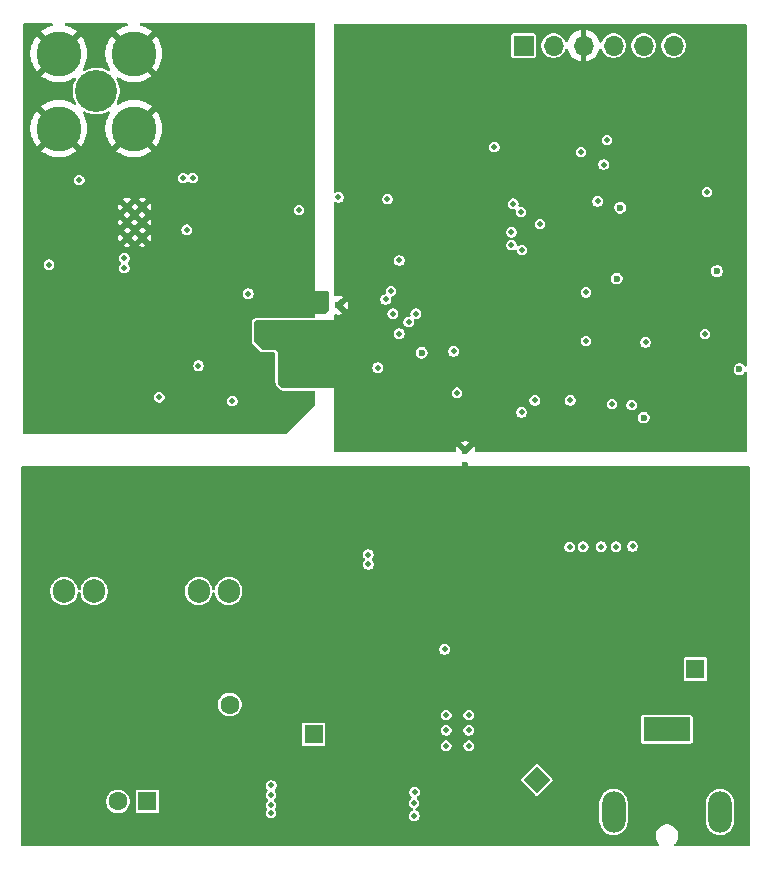
<source format=gbr>
%TF.GenerationSoftware,KiCad,Pcbnew,9.0.0-rc1-459-gb92bef8eee*%
%TF.CreationDate,2025-02-18T20:32:14+01:00*%
%TF.ProjectId,AWG101,41574731-3031-42e6-9b69-6361645f7063,rev?*%
%TF.SameCoordinates,Original*%
%TF.FileFunction,Copper,L2,Inr*%
%TF.FilePolarity,Positive*%
%FSLAX46Y46*%
G04 Gerber Fmt 4.6, Leading zero omitted, Abs format (unit mm)*
G04 Created by KiCad (PCBNEW 9.0.0-rc1-459-gb92bef8eee) date 2025-02-18 20:32:14*
%MOMM*%
%LPD*%
G01*
G04 APERTURE LIST*
G04 Aperture macros list*
%AMRotRect*
0 Rectangle, with rotation*
0 The origin of the aperture is its center*
0 $1 length*
0 $2 width*
0 $3 Rotation angle, in degrees counterclockwise*
0 Add horizontal line*
21,1,$1,$2,0,0,$3*%
G04 Aperture macros list end*
%TA.AperFunction,ComponentPad*%
%ADD10R,1.700000X1.700000*%
%TD*%
%TA.AperFunction,ComponentPad*%
%ADD11O,1.700000X1.700000*%
%TD*%
%TA.AperFunction,ComponentPad*%
%ADD12O,2.000000X3.500000*%
%TD*%
%TA.AperFunction,ComponentPad*%
%ADD13O,3.300000X2.000000*%
%TD*%
%TA.AperFunction,ComponentPad*%
%ADD14R,4.000000X2.000000*%
%TD*%
%TA.AperFunction,HeatsinkPad*%
%ADD15C,0.500000*%
%TD*%
%TA.AperFunction,ComponentPad*%
%ADD16R,1.600000X1.600000*%
%TD*%
%TA.AperFunction,ComponentPad*%
%ADD17C,1.600000*%
%TD*%
%TA.AperFunction,ComponentPad*%
%ADD18C,0.600000*%
%TD*%
%TA.AperFunction,ComponentPad*%
%ADD19RotRect,1.600000X1.600000X315.000000*%
%TD*%
%TA.AperFunction,ComponentPad*%
%ADD20R,1.905000X2.000000*%
%TD*%
%TA.AperFunction,ComponentPad*%
%ADD21O,1.905000X2.000000*%
%TD*%
%TA.AperFunction,ComponentPad*%
%ADD22C,3.556000*%
%TD*%
%TA.AperFunction,ComponentPad*%
%ADD23C,3.810000*%
%TD*%
%TA.AperFunction,ViaPad*%
%ADD24C,0.600000*%
%TD*%
%TA.AperFunction,ViaPad*%
%ADD25C,0.500000*%
%TD*%
G04 APERTURE END LIST*
D10*
%TO.N,+3.3VLDO*%
%TO.C,J5*%
X72420000Y-98400000D03*
D11*
%TO.N,/AWG/SWCLK*%
X74960000Y-98400000D03*
%TO.N,DGND*%
X77500000Y-98400000D03*
%TO.N,/AWG/SWDIO*%
X80040000Y-98400000D03*
%TO.N,/AWG/NRST*%
X82580000Y-98400000D03*
%TO.N,unconnected-(J5-SWO-Pad6)*%
X85120000Y-98400000D03*
%TD*%
D12*
%TO.N,N/C*%
%TO.C,J3*%
X89050000Y-163300000D03*
X80050000Y-163300000D03*
D13*
%TO.N,PGND*%
X84550000Y-162300000D03*
D14*
%TO.N,VIN*%
X84550000Y-156300000D03*
%TD*%
D15*
%TO.N,AGND*%
%TO.C,U5*%
X40150000Y-114670000D03*
X40150000Y-112070000D03*
X40149999Y-113370000D03*
X38850001Y-113370000D03*
X38850000Y-114670000D03*
X38850000Y-112070000D03*
%TD*%
%TO.N,N/C*%
%TO.C,U11*%
X65875800Y-155087800D03*
X65875800Y-156387800D03*
X65875800Y-157687800D03*
X67785800Y-155087800D03*
X67785800Y-156387800D03*
X67785800Y-157687800D03*
%TD*%
D16*
%TO.N,PGND*%
%TO.C,C18*%
X47545103Y-156704897D03*
D17*
%TO.N,-13V*%
X47545103Y-154204897D03*
%TD*%
D16*
%TO.N,VIN*%
%TO.C,C32*%
X86967621Y-151200000D03*
D17*
%TO.N,PGND*%
X89467621Y-151200000D03*
%TD*%
D18*
%TO.N,DGND*%
%TO.C,NT2*%
X67500000Y-132700000D03*
%TO.N,PGND*%
X67500000Y-133900000D03*
%TD*%
D19*
%TO.N,VIN*%
%TO.C,C41*%
X73544800Y-160578800D03*
D17*
%TO.N,PGND*%
X75312567Y-162346567D03*
%TD*%
D16*
%TO.N,Net-(C17-Pad1)*%
%TO.C,C17*%
X40582380Y-162400000D03*
D17*
%TO.N,Net-(D2-A)*%
X38082380Y-162400000D03*
%TD*%
D16*
%TO.N,+13V*%
%TO.C,C16*%
X54647200Y-156731980D03*
D17*
%TO.N,PGND*%
X54647200Y-154231980D03*
%TD*%
D20*
%TO.N,PGND*%
%TO.C,U15*%
X38600000Y-144600000D03*
D21*
%TO.N,-13V*%
X36060000Y-144600000D03*
%TO.N,-12V_LDO*%
X33520001Y-144600000D03*
%TD*%
D20*
%TO.N,PGND*%
%TO.C,U10*%
X50000000Y-144600000D03*
D21*
%TO.N,-13V*%
X47460000Y-144600000D03*
%TO.N,-5V_LDO*%
X44920001Y-144600000D03*
%TD*%
D22*
%TO.N,Net-(J1-In)*%
%TO.C,J1*%
X36250000Y-102250000D03*
D23*
%TO.N,AGND*%
X33075000Y-99075000D03*
X33075000Y-105425000D03*
X39425000Y-99075000D03*
X39425000Y-105425000D03*
%TD*%
D18*
%TO.N,DGND*%
%TO.C,NT1*%
X56750000Y-120400000D03*
%TO.N,AGND*%
X55550000Y-120400000D03*
%TD*%
D24*
%TO.N,+3.3VLDO*%
X82600000Y-129900000D03*
%TO.N,DGND*%
X78200000Y-130200000D03*
%TO.N,/AWG/PSSI_CLK*%
X90700000Y-125800000D03*
%TO.N,+3.3VLDO*%
X88800000Y-117500000D03*
X80300000Y-118125000D03*
%TO.N,/AWG/DAC_CLK*%
X63800000Y-124400000D03*
%TO.N,DGND*%
X82800000Y-116800000D03*
%TO.N,/AWG/MCO1*%
X80600000Y-112125000D03*
D25*
%TO.N,AGND*%
X50275000Y-125950000D03*
X46900000Y-111825000D03*
X34925000Y-119500000D03*
X37600000Y-121087500D03*
X42550000Y-130775000D03*
X34350000Y-118675000D03*
X33200000Y-121087500D03*
X46475000Y-109950000D03*
X46925000Y-110900000D03*
X37625000Y-119500000D03*
X36750000Y-119575000D03*
X36200000Y-121087500D03*
X49275000Y-116375000D03*
X46900000Y-112750000D03*
X49000000Y-121000000D03*
X48775000Y-122925000D03*
X47275000Y-119050000D03*
X50575000Y-127225000D03*
X49350000Y-128575000D03*
X40712500Y-121112500D03*
X34600000Y-121087500D03*
X31875000Y-109925000D03*
X37925000Y-118600000D03*
X35875000Y-119525000D03*
X50525000Y-124675000D03*
X44075000Y-130675000D03*
X33350000Y-110050000D03*
X39200000Y-121087500D03*
X42775000Y-118900000D03*
X45575000Y-109950000D03*
X49325000Y-124800000D03*
X50725000Y-128475000D03*
X52600000Y-117200000D03*
X52557343Y-114253987D03*
X79925000Y-128750000D03*
X49175000Y-114875000D03*
%TO.N,/AWG/PSSI_D8*%
X72200000Y-112500000D03*
X61200000Y-119200000D03*
%TO.N,/AWG/PSSI_D0*%
X60900000Y-111400000D03*
X77300000Y-107400000D03*
%TO.N,/AWG/PSSI_D4*%
X61900000Y-116600000D03*
X73800000Y-113500000D03*
%TO.N,/AWG/PSSI_D9*%
X60750000Y-119900000D03*
X71400000Y-114200000D03*
%TO.N,/AWG/PSSI_D10*%
X72300000Y-115700000D03*
X63300000Y-121100000D03*
%TO.N,/AWG/PSSI_D12*%
X62700000Y-121800000D03*
X79200000Y-108474265D03*
%TO.N,/AWG/PSSI_D13*%
X78700000Y-111600000D03*
X61900000Y-122800000D03*
%TO.N,/AWG/PSSI_D11*%
X61350000Y-121100000D03*
X71400000Y-115300000D03*
%TO.N,/AWG/SWCLK*%
X71550000Y-111800000D03*
X79500000Y-106400000D03*
%TO.N,+3V3A*%
X81571091Y-128821091D03*
X53425000Y-112325000D03*
X49125000Y-119400000D03*
%TO.N,PGND*%
X83000000Y-145700000D03*
X64510000Y-146875000D03*
X64200000Y-153200000D03*
X32400000Y-149200000D03*
X47060000Y-139095000D03*
X70800000Y-158300000D03*
X74010000Y-154000000D03*
X63015000Y-144475000D03*
X61860000Y-146700000D03*
X63510000Y-146875000D03*
X35660000Y-139000000D03*
X34600000Y-149200000D03*
X65250000Y-152450000D03*
X36660000Y-139000000D03*
X62250000Y-153050000D03*
X73010000Y-154000000D03*
X33860000Y-139000000D03*
X67200000Y-152800000D03*
X51350000Y-150950000D03*
X81925000Y-145750000D03*
X59850000Y-158200000D03*
X32860000Y-139000000D03*
X72850000Y-140000000D03*
X48060000Y-139095000D03*
X81825000Y-144575000D03*
X71110000Y-154000000D03*
X45460000Y-139095000D03*
X72375000Y-151043000D03*
X61540000Y-144300000D03*
X60750000Y-152900000D03*
X44260000Y-139095000D03*
X82700000Y-144450000D03*
X33600000Y-149200000D03*
X64015000Y-144475000D03*
X72110000Y-154000000D03*
X60540000Y-144300000D03*
X60860000Y-146700000D03*
%TO.N,/AWG/695_EN*%
X66800000Y-127800000D03*
X44900000Y-125500000D03*
%TO.N,/AWG/OFFSET*%
X82750000Y-123525000D03*
X32250000Y-116950000D03*
%TO.N,-12V_LDO*%
X38625000Y-117225000D03*
X38625000Y-116375000D03*
%TO.N,/AWG/2421_SW*%
X51050000Y-161850000D03*
X63175000Y-163600000D03*
X51075000Y-161050000D03*
X51050000Y-163375000D03*
X63150000Y-162525000D03*
X51050000Y-162725000D03*
X63200000Y-161600000D03*
%TO.N,Net-(R45-Pad1)*%
X43900000Y-114000000D03*
X34800000Y-109800000D03*
%TO.N,+12VLDO*%
X59275000Y-141500000D03*
X59275000Y-142325000D03*
X44400000Y-109625000D03*
X43600000Y-109625000D03*
%TO.N,+3.3VLDO*%
X66500000Y-124300000D03*
X80250000Y-140825000D03*
X87950000Y-110800000D03*
X87800000Y-122825000D03*
X69950000Y-107000000D03*
X77475000Y-140825000D03*
X79000000Y-140825000D03*
X72250000Y-129450000D03*
X76325000Y-140850000D03*
X76375000Y-128450000D03*
X73375000Y-128450000D03*
X56750000Y-111250000D03*
X81650000Y-140800000D03*
%TO.N,-5V_LDO*%
X47775000Y-128500000D03*
%TO.N,+5VLDO*%
X41575000Y-128175000D03*
X65750000Y-149525000D03*
%TO.N,DGND*%
X73250000Y-131900000D03*
X76725000Y-132000000D03*
X74900000Y-128500000D03*
X89375000Y-113775000D03*
X71775000Y-128725000D03*
X66400000Y-118600000D03*
X50325000Y-123400000D03*
X87850000Y-124400000D03*
X66600000Y-122750000D03*
X73975000Y-106600000D03*
X71500000Y-107150000D03*
X52000000Y-126900000D03*
X87950000Y-112400000D03*
%TO.N,+3.3VLDO*%
X60075000Y-125675000D03*
%TO.N,/AWG/NRST*%
X77700000Y-119300000D03*
X77700000Y-123425000D03*
%TD*%
%TA.AperFunction,Conductor*%
%TO.N,DGND*%
G36*
X91293039Y-96569685D02*
G01*
X91338794Y-96622489D01*
X91350000Y-96674000D01*
X91350000Y-125462058D01*
X91330315Y-125529097D01*
X91277511Y-125574852D01*
X91208353Y-125584796D01*
X91144797Y-125555771D01*
X91118613Y-125524059D01*
X91100500Y-125492686D01*
X91007314Y-125399500D01*
X90950250Y-125366554D01*
X90893187Y-125333608D01*
X90821914Y-125314511D01*
X90765892Y-125299500D01*
X90634108Y-125299500D01*
X90506812Y-125333608D01*
X90392686Y-125399500D01*
X90392683Y-125399502D01*
X90299502Y-125492683D01*
X90299500Y-125492686D01*
X90233608Y-125606812D01*
X90199500Y-125734108D01*
X90199500Y-125865891D01*
X90233608Y-125993187D01*
X90253550Y-126027726D01*
X90299500Y-126107314D01*
X90392686Y-126200500D01*
X90506814Y-126266392D01*
X90634108Y-126300500D01*
X90634110Y-126300500D01*
X90765890Y-126300500D01*
X90765892Y-126300500D01*
X90893186Y-126266392D01*
X91007314Y-126200500D01*
X91100500Y-126107314D01*
X91118613Y-126075940D01*
X91169180Y-126027726D01*
X91237787Y-126014502D01*
X91302651Y-126040470D01*
X91343180Y-126097384D01*
X91350000Y-126137941D01*
X91350000Y-132676000D01*
X91330315Y-132743039D01*
X91277511Y-132788794D01*
X91226000Y-132800000D01*
X68424000Y-132800000D01*
X68356961Y-132780315D01*
X68311206Y-132727511D01*
X68300000Y-132676000D01*
X68300000Y-132621206D01*
X68299999Y-132621202D01*
X68269258Y-132466656D01*
X68269257Y-132466652D01*
X68215844Y-132337705D01*
X67764457Y-132789095D01*
X67744486Y-132800000D01*
X67612132Y-132800000D01*
X67627164Y-132784968D01*
X67650000Y-132729837D01*
X67650000Y-132670163D01*
X67627164Y-132615032D01*
X67584968Y-132572836D01*
X67529837Y-132550000D01*
X67470163Y-132550000D01*
X67415032Y-132572836D01*
X67372836Y-132615032D01*
X67350000Y-132670163D01*
X67350000Y-132729837D01*
X67372836Y-132784968D01*
X67387868Y-132800000D01*
X67252510Y-132800000D01*
X67235542Y-132789095D01*
X66784153Y-132337705D01*
X66730743Y-132466648D01*
X66730741Y-132466656D01*
X66700000Y-132621202D01*
X66700000Y-132676000D01*
X66680315Y-132743039D01*
X66627511Y-132788794D01*
X66576000Y-132800000D01*
X56474000Y-132800000D01*
X56406961Y-132780315D01*
X56361206Y-132727511D01*
X56350000Y-132676000D01*
X56350000Y-131984153D01*
X67137705Y-131984153D01*
X67500000Y-132346446D01*
X67500001Y-132346446D01*
X67862293Y-131984153D01*
X67733351Y-131930743D01*
X67733343Y-131930741D01*
X67578797Y-131900000D01*
X67421202Y-131900000D01*
X67266656Y-131930741D01*
X67266648Y-131930743D01*
X67137705Y-131984153D01*
X56350000Y-131984153D01*
X56350000Y-129390691D01*
X71799500Y-129390691D01*
X71799500Y-129509309D01*
X71830201Y-129623886D01*
X71889511Y-129726613D01*
X71973387Y-129810489D01*
X72076114Y-129869799D01*
X72190691Y-129900500D01*
X72190694Y-129900500D01*
X72309306Y-129900500D01*
X72309309Y-129900500D01*
X72423886Y-129869799D01*
X72485704Y-129834108D01*
X82099500Y-129834108D01*
X82099500Y-129965891D01*
X82133608Y-130093187D01*
X82166554Y-130150250D01*
X82199500Y-130207314D01*
X82292686Y-130300500D01*
X82406814Y-130366392D01*
X82534108Y-130400500D01*
X82534110Y-130400500D01*
X82665890Y-130400500D01*
X82665892Y-130400500D01*
X82793186Y-130366392D01*
X82907314Y-130300500D01*
X83000500Y-130207314D01*
X83066392Y-130093186D01*
X83100500Y-129965892D01*
X83100500Y-129834108D01*
X83066392Y-129706814D01*
X83000500Y-129592686D01*
X82907314Y-129499500D01*
X82850250Y-129466554D01*
X82793187Y-129433608D01*
X82729539Y-129416554D01*
X82665892Y-129399500D01*
X82534108Y-129399500D01*
X82406812Y-129433608D01*
X82292686Y-129499500D01*
X82292683Y-129499502D01*
X82199502Y-129592683D01*
X82199500Y-129592686D01*
X82133608Y-129706812D01*
X82099500Y-129834108D01*
X72485704Y-129834108D01*
X72526613Y-129810489D01*
X72610489Y-129726613D01*
X72669799Y-129623886D01*
X72700500Y-129509309D01*
X72700500Y-129390691D01*
X72669799Y-129276114D01*
X72610489Y-129173387D01*
X72526613Y-129089511D01*
X72423886Y-129030201D01*
X72309309Y-128999500D01*
X72190691Y-128999500D01*
X72076114Y-129030201D01*
X72076112Y-129030201D01*
X72076112Y-129030202D01*
X71973387Y-129089511D01*
X71973384Y-129089513D01*
X71889513Y-129173384D01*
X71889511Y-129173387D01*
X71830201Y-129276114D01*
X71799500Y-129390691D01*
X56350000Y-129390691D01*
X56350000Y-128390691D01*
X72924500Y-128390691D01*
X72924500Y-128509309D01*
X72955201Y-128623886D01*
X73014511Y-128726613D01*
X73098387Y-128810489D01*
X73201114Y-128869799D01*
X73315691Y-128900500D01*
X73315694Y-128900500D01*
X73434306Y-128900500D01*
X73434309Y-128900500D01*
X73548886Y-128869799D01*
X73651613Y-128810489D01*
X73735489Y-128726613D01*
X73794799Y-128623886D01*
X73825500Y-128509309D01*
X73825500Y-128390691D01*
X75924500Y-128390691D01*
X75924500Y-128509309D01*
X75955201Y-128623886D01*
X76014511Y-128726613D01*
X76098387Y-128810489D01*
X76201114Y-128869799D01*
X76315691Y-128900500D01*
X76315694Y-128900500D01*
X76434306Y-128900500D01*
X76434309Y-128900500D01*
X76548886Y-128869799D01*
X76651613Y-128810489D01*
X76735489Y-128726613D01*
X76756229Y-128690691D01*
X79474500Y-128690691D01*
X79474500Y-128809309D01*
X79505201Y-128923886D01*
X79564511Y-129026613D01*
X79648387Y-129110489D01*
X79751114Y-129169799D01*
X79865691Y-129200500D01*
X79865694Y-129200500D01*
X79984306Y-129200500D01*
X79984309Y-129200500D01*
X80098886Y-129169799D01*
X80201613Y-129110489D01*
X80285489Y-129026613D01*
X80344799Y-128923886D01*
X80375500Y-128809309D01*
X80375500Y-128761782D01*
X81120591Y-128761782D01*
X81120591Y-128880400D01*
X81151292Y-128994977D01*
X81210602Y-129097704D01*
X81294478Y-129181580D01*
X81397205Y-129240890D01*
X81511782Y-129271591D01*
X81511785Y-129271591D01*
X81630397Y-129271591D01*
X81630400Y-129271591D01*
X81744977Y-129240890D01*
X81847704Y-129181580D01*
X81931580Y-129097704D01*
X81990890Y-128994977D01*
X82021591Y-128880400D01*
X82021591Y-128761782D01*
X81990890Y-128647205D01*
X81931580Y-128544478D01*
X81847704Y-128460602D01*
X81744977Y-128401292D01*
X81630400Y-128370591D01*
X81511782Y-128370591D01*
X81397205Y-128401292D01*
X81397203Y-128401292D01*
X81397203Y-128401293D01*
X81294478Y-128460602D01*
X81294475Y-128460604D01*
X81210604Y-128544475D01*
X81210602Y-128544478D01*
X81151292Y-128647205D01*
X81120591Y-128761782D01*
X80375500Y-128761782D01*
X80375500Y-128690691D01*
X80344799Y-128576114D01*
X80285489Y-128473387D01*
X80201613Y-128389511D01*
X80098886Y-128330201D01*
X79984309Y-128299500D01*
X79865691Y-128299500D01*
X79751114Y-128330201D01*
X79751112Y-128330201D01*
X79751112Y-128330202D01*
X79648387Y-128389511D01*
X79648384Y-128389513D01*
X79564513Y-128473384D01*
X79564511Y-128473387D01*
X79505201Y-128576114D01*
X79474500Y-128690691D01*
X76756229Y-128690691D01*
X76781337Y-128647203D01*
X76794795Y-128623894D01*
X76794797Y-128623890D01*
X76794798Y-128623887D01*
X76794799Y-128623886D01*
X76825500Y-128509309D01*
X76825500Y-128390691D01*
X76794799Y-128276114D01*
X76735489Y-128173387D01*
X76651613Y-128089511D01*
X76548886Y-128030201D01*
X76434309Y-127999500D01*
X76315691Y-127999500D01*
X76201114Y-128030201D01*
X76201112Y-128030201D01*
X76201112Y-128030202D01*
X76098387Y-128089511D01*
X76098384Y-128089513D01*
X76014513Y-128173384D01*
X76014511Y-128173387D01*
X75955201Y-128276114D01*
X75924500Y-128390691D01*
X73825500Y-128390691D01*
X73794799Y-128276114D01*
X73735489Y-128173387D01*
X73651613Y-128089511D01*
X73548886Y-128030201D01*
X73434309Y-127999500D01*
X73315691Y-127999500D01*
X73201114Y-128030201D01*
X73201112Y-128030201D01*
X73201112Y-128030202D01*
X73098387Y-128089511D01*
X73098384Y-128089513D01*
X73014513Y-128173384D01*
X73014511Y-128173387D01*
X72955201Y-128276114D01*
X72924500Y-128390691D01*
X56350000Y-128390691D01*
X56350000Y-127740691D01*
X66349500Y-127740691D01*
X66349500Y-127859309D01*
X66380201Y-127973886D01*
X66439511Y-128076613D01*
X66523387Y-128160489D01*
X66626114Y-128219799D01*
X66740691Y-128250500D01*
X66740694Y-128250500D01*
X66859306Y-128250500D01*
X66859309Y-128250500D01*
X66973886Y-128219799D01*
X67076613Y-128160489D01*
X67160489Y-128076613D01*
X67219799Y-127973886D01*
X67250500Y-127859309D01*
X67250500Y-127740691D01*
X67219799Y-127626114D01*
X67160489Y-127523387D01*
X67076613Y-127439511D01*
X66973886Y-127380201D01*
X66859309Y-127349500D01*
X66740691Y-127349500D01*
X66626114Y-127380201D01*
X66626112Y-127380201D01*
X66626112Y-127380202D01*
X66523387Y-127439511D01*
X66523384Y-127439513D01*
X66439513Y-127523384D01*
X66439511Y-127523387D01*
X66380201Y-127626114D01*
X66349500Y-127740691D01*
X56350000Y-127740691D01*
X56350000Y-127425000D01*
X56425000Y-127425000D01*
X56575000Y-127275000D01*
X56575000Y-125615691D01*
X59624500Y-125615691D01*
X59624500Y-125734309D01*
X59655201Y-125848886D01*
X59714511Y-125951613D01*
X59798387Y-126035489D01*
X59901114Y-126094799D01*
X60015691Y-126125500D01*
X60015694Y-126125500D01*
X60134306Y-126125500D01*
X60134309Y-126125500D01*
X60248886Y-126094799D01*
X60351613Y-126035489D01*
X60435489Y-125951613D01*
X60494799Y-125848886D01*
X60525500Y-125734309D01*
X60525500Y-125615691D01*
X60494799Y-125501114D01*
X60435489Y-125398387D01*
X60351613Y-125314511D01*
X60248886Y-125255201D01*
X60134309Y-125224500D01*
X60015691Y-125224500D01*
X59901114Y-125255201D01*
X59901112Y-125255201D01*
X59901112Y-125255202D01*
X59798387Y-125314511D01*
X59798384Y-125314513D01*
X59714513Y-125398384D01*
X59714511Y-125398387D01*
X59655201Y-125501114D01*
X59624500Y-125615691D01*
X56575000Y-125615691D01*
X56575000Y-124334108D01*
X63299500Y-124334108D01*
X63299500Y-124465891D01*
X63333608Y-124593187D01*
X63366554Y-124650250D01*
X63399500Y-124707314D01*
X63492686Y-124800500D01*
X63606814Y-124866392D01*
X63734108Y-124900500D01*
X63734110Y-124900500D01*
X63865890Y-124900500D01*
X63865892Y-124900500D01*
X63993186Y-124866392D01*
X64107314Y-124800500D01*
X64200500Y-124707314D01*
X64266392Y-124593186D01*
X64300500Y-124465892D01*
X64300500Y-124334108D01*
X64275469Y-124240691D01*
X66049500Y-124240691D01*
X66049500Y-124359309D01*
X66080201Y-124473886D01*
X66139511Y-124576613D01*
X66223387Y-124660489D01*
X66326114Y-124719799D01*
X66440691Y-124750500D01*
X66440694Y-124750500D01*
X66559306Y-124750500D01*
X66559309Y-124750500D01*
X66673886Y-124719799D01*
X66776613Y-124660489D01*
X66860489Y-124576613D01*
X66919799Y-124473886D01*
X66950500Y-124359309D01*
X66950500Y-124240691D01*
X66919799Y-124126114D01*
X66860489Y-124023387D01*
X66776613Y-123939511D01*
X66673886Y-123880201D01*
X66559309Y-123849500D01*
X66440691Y-123849500D01*
X66326114Y-123880201D01*
X66326112Y-123880201D01*
X66326112Y-123880202D01*
X66223387Y-123939511D01*
X66223384Y-123939513D01*
X66139513Y-124023384D01*
X66139511Y-124023387D01*
X66099503Y-124092683D01*
X66080201Y-124126114D01*
X66049500Y-124240691D01*
X64275469Y-124240691D01*
X64266392Y-124206814D01*
X64200500Y-124092686D01*
X64107314Y-123999500D01*
X64050250Y-123966554D01*
X63993187Y-123933608D01*
X63929539Y-123916554D01*
X63865892Y-123899500D01*
X63734108Y-123899500D01*
X63606812Y-123933608D01*
X63492686Y-123999500D01*
X63492683Y-123999502D01*
X63399502Y-124092683D01*
X63399500Y-124092686D01*
X63333608Y-124206812D01*
X63299500Y-124334108D01*
X56575000Y-124334108D01*
X56575000Y-123365691D01*
X77249500Y-123365691D01*
X77249500Y-123484309D01*
X77280201Y-123598886D01*
X77339511Y-123701613D01*
X77423387Y-123785489D01*
X77526114Y-123844799D01*
X77640691Y-123875500D01*
X77640694Y-123875500D01*
X77759306Y-123875500D01*
X77759309Y-123875500D01*
X77873886Y-123844799D01*
X77976613Y-123785489D01*
X78060489Y-123701613D01*
X78119799Y-123598886D01*
X78150500Y-123484309D01*
X78150500Y-123465691D01*
X82299500Y-123465691D01*
X82299500Y-123584309D01*
X82330201Y-123698886D01*
X82389511Y-123801613D01*
X82473387Y-123885489D01*
X82576114Y-123944799D01*
X82690691Y-123975500D01*
X82690694Y-123975500D01*
X82809306Y-123975500D01*
X82809309Y-123975500D01*
X82923886Y-123944799D01*
X83026613Y-123885489D01*
X83110489Y-123801613D01*
X83169799Y-123698886D01*
X83200500Y-123584309D01*
X83200500Y-123465691D01*
X83169799Y-123351114D01*
X83110489Y-123248387D01*
X83026613Y-123164511D01*
X82923886Y-123105201D01*
X82809309Y-123074500D01*
X82690691Y-123074500D01*
X82576114Y-123105201D01*
X82576112Y-123105201D01*
X82576112Y-123105202D01*
X82473387Y-123164511D01*
X82473384Y-123164513D01*
X82389513Y-123248384D01*
X82389511Y-123248387D01*
X82330201Y-123351114D01*
X82299500Y-123465691D01*
X78150500Y-123465691D01*
X78150500Y-123365691D01*
X78119799Y-123251114D01*
X78060489Y-123148387D01*
X77976613Y-123064511D01*
X77873886Y-123005201D01*
X77759309Y-122974500D01*
X77640691Y-122974500D01*
X77526114Y-123005201D01*
X77526112Y-123005201D01*
X77526112Y-123005202D01*
X77423387Y-123064511D01*
X77423384Y-123064513D01*
X77339513Y-123148384D01*
X77339511Y-123148387D01*
X77318091Y-123185488D01*
X77280201Y-123251114D01*
X77249500Y-123365691D01*
X56575000Y-123365691D01*
X56575000Y-122740691D01*
X61449500Y-122740691D01*
X61449500Y-122859309D01*
X61480201Y-122973886D01*
X61539511Y-123076613D01*
X61623387Y-123160489D01*
X61726114Y-123219799D01*
X61840691Y-123250500D01*
X61840694Y-123250500D01*
X61959306Y-123250500D01*
X61959309Y-123250500D01*
X62073886Y-123219799D01*
X62176613Y-123160489D01*
X62260489Y-123076613D01*
X62319799Y-122973886D01*
X62350500Y-122859309D01*
X62350500Y-122765691D01*
X87349500Y-122765691D01*
X87349500Y-122884309D01*
X87380201Y-122998886D01*
X87439511Y-123101613D01*
X87523387Y-123185489D01*
X87626114Y-123244799D01*
X87740691Y-123275500D01*
X87740694Y-123275500D01*
X87859306Y-123275500D01*
X87859309Y-123275500D01*
X87973886Y-123244799D01*
X88076613Y-123185489D01*
X88160489Y-123101613D01*
X88219799Y-122998886D01*
X88250500Y-122884309D01*
X88250500Y-122765691D01*
X88219799Y-122651114D01*
X88160489Y-122548387D01*
X88076613Y-122464511D01*
X87973886Y-122405201D01*
X87859309Y-122374500D01*
X87740691Y-122374500D01*
X87626114Y-122405201D01*
X87626112Y-122405201D01*
X87626112Y-122405202D01*
X87523387Y-122464511D01*
X87523384Y-122464513D01*
X87439513Y-122548384D01*
X87439511Y-122548387D01*
X87380201Y-122651114D01*
X87349500Y-122765691D01*
X62350500Y-122765691D01*
X62350500Y-122740691D01*
X62319799Y-122626114D01*
X62260489Y-122523387D01*
X62176613Y-122439511D01*
X62073886Y-122380201D01*
X61959309Y-122349500D01*
X61840691Y-122349500D01*
X61726114Y-122380201D01*
X61726112Y-122380201D01*
X61726112Y-122380202D01*
X61623387Y-122439511D01*
X61623384Y-122439513D01*
X61539513Y-122523384D01*
X61539511Y-122523387D01*
X61480201Y-122626114D01*
X61449500Y-122740691D01*
X56575000Y-122740691D01*
X56575000Y-121740691D01*
X62249500Y-121740691D01*
X62249500Y-121859309D01*
X62280201Y-121973886D01*
X62339511Y-122076613D01*
X62423387Y-122160489D01*
X62526114Y-122219799D01*
X62640691Y-122250500D01*
X62640694Y-122250500D01*
X62759306Y-122250500D01*
X62759309Y-122250500D01*
X62873886Y-122219799D01*
X62976613Y-122160489D01*
X63060489Y-122076613D01*
X63119799Y-121973886D01*
X63150500Y-121859309D01*
X63150500Y-121740691D01*
X63141363Y-121706591D01*
X63143026Y-121636744D01*
X63182188Y-121578881D01*
X63246417Y-121551377D01*
X63261138Y-121550500D01*
X63359306Y-121550500D01*
X63359309Y-121550500D01*
X63473886Y-121519799D01*
X63576613Y-121460489D01*
X63660489Y-121376613D01*
X63719799Y-121273886D01*
X63750500Y-121159309D01*
X63750500Y-121040691D01*
X63719799Y-120926114D01*
X63660489Y-120823387D01*
X63576613Y-120739511D01*
X63473886Y-120680201D01*
X63359309Y-120649500D01*
X63240691Y-120649500D01*
X63126114Y-120680201D01*
X63126112Y-120680201D01*
X63126112Y-120680202D01*
X63023387Y-120739511D01*
X63023384Y-120739513D01*
X62939513Y-120823384D01*
X62939511Y-120823387D01*
X62880201Y-120926114D01*
X62849500Y-121040691D01*
X62849500Y-121159309D01*
X62858636Y-121193408D01*
X62856974Y-121263256D01*
X62817812Y-121321119D01*
X62753583Y-121348623D01*
X62738862Y-121349500D01*
X62640691Y-121349500D01*
X62526114Y-121380201D01*
X62526112Y-121380201D01*
X62526112Y-121380202D01*
X62423387Y-121439511D01*
X62423384Y-121439513D01*
X62339513Y-121523384D01*
X62339511Y-121523387D01*
X62280201Y-121626114D01*
X62249500Y-121740691D01*
X56575000Y-121740691D01*
X56575000Y-121675000D01*
X56350000Y-121675000D01*
X56350000Y-121285807D01*
X56369685Y-121218768D01*
X56422489Y-121173013D01*
X56491647Y-121163069D01*
X56510584Y-121168271D01*
X56510822Y-121167489D01*
X56516656Y-121169258D01*
X56671202Y-121199999D01*
X56671206Y-121200000D01*
X56828794Y-121200000D01*
X56828797Y-121199999D01*
X56983343Y-121169258D01*
X56983347Y-121169257D01*
X57112293Y-121115845D01*
X57037139Y-121040691D01*
X60899500Y-121040691D01*
X60899500Y-121159309D01*
X60930201Y-121273886D01*
X60989511Y-121376613D01*
X61073387Y-121460489D01*
X61176114Y-121519799D01*
X61290691Y-121550500D01*
X61290694Y-121550500D01*
X61409306Y-121550500D01*
X61409309Y-121550500D01*
X61523886Y-121519799D01*
X61626613Y-121460489D01*
X61710489Y-121376613D01*
X61769799Y-121273886D01*
X61800500Y-121159309D01*
X61800500Y-121040691D01*
X61769799Y-120926114D01*
X61710489Y-120823387D01*
X61626613Y-120739511D01*
X61523886Y-120680201D01*
X61409309Y-120649500D01*
X61290691Y-120649500D01*
X61176114Y-120680201D01*
X61176112Y-120680201D01*
X61176112Y-120680202D01*
X61073387Y-120739511D01*
X61073384Y-120739513D01*
X60989513Y-120823384D01*
X60989511Y-120823387D01*
X60930201Y-120926114D01*
X60899500Y-121040691D01*
X57037139Y-121040691D01*
X56660904Y-120664457D01*
X56627419Y-120603134D01*
X56632403Y-120533443D01*
X56647624Y-120509756D01*
X56665032Y-120527164D01*
X56720163Y-120550000D01*
X56779837Y-120550000D01*
X56834968Y-120527164D01*
X56877164Y-120484968D01*
X56900000Y-120429837D01*
X56900000Y-120399999D01*
X57103553Y-120399999D01*
X57103553Y-120400001D01*
X57465845Y-120762293D01*
X57519257Y-120633347D01*
X57519258Y-120633343D01*
X57549999Y-120478797D01*
X57550000Y-120478794D01*
X57550000Y-120321206D01*
X57549999Y-120321202D01*
X57519258Y-120166656D01*
X57519257Y-120166652D01*
X57465845Y-120037706D01*
X57103553Y-120399999D01*
X56900000Y-120399999D01*
X56900000Y-120370163D01*
X56877164Y-120315032D01*
X56834968Y-120272836D01*
X56779837Y-120250000D01*
X56720163Y-120250000D01*
X56665032Y-120272836D01*
X56648916Y-120288951D01*
X56627419Y-120249581D01*
X56632403Y-120179889D01*
X56660904Y-120135542D01*
X56955756Y-119840691D01*
X60299500Y-119840691D01*
X60299500Y-119959309D01*
X60330201Y-120073886D01*
X60389511Y-120176613D01*
X60473387Y-120260489D01*
X60576114Y-120319799D01*
X60690691Y-120350500D01*
X60690694Y-120350500D01*
X60809306Y-120350500D01*
X60809309Y-120350500D01*
X60923886Y-120319799D01*
X61026613Y-120260489D01*
X61110489Y-120176613D01*
X61169799Y-120073886D01*
X61200500Y-119959309D01*
X61200500Y-119840691D01*
X61188984Y-119797713D01*
X61190647Y-119727868D01*
X61229809Y-119670005D01*
X61276661Y-119645850D01*
X61373886Y-119619799D01*
X61476613Y-119560489D01*
X61560489Y-119476613D01*
X61619799Y-119373886D01*
X61650500Y-119259309D01*
X61650500Y-119240691D01*
X77249500Y-119240691D01*
X77249500Y-119359309D01*
X77280201Y-119473886D01*
X77339511Y-119576613D01*
X77423387Y-119660489D01*
X77526114Y-119719799D01*
X77640691Y-119750500D01*
X77640694Y-119750500D01*
X77759306Y-119750500D01*
X77759309Y-119750500D01*
X77873886Y-119719799D01*
X77976613Y-119660489D01*
X78060489Y-119576613D01*
X78119799Y-119473886D01*
X78150500Y-119359309D01*
X78150500Y-119240691D01*
X78119799Y-119126114D01*
X78060489Y-119023387D01*
X77976613Y-118939511D01*
X77873886Y-118880201D01*
X77759309Y-118849500D01*
X77640691Y-118849500D01*
X77526114Y-118880201D01*
X77526112Y-118880201D01*
X77526112Y-118880202D01*
X77423387Y-118939511D01*
X77423384Y-118939513D01*
X77339513Y-119023384D01*
X77339511Y-119023387D01*
X77280201Y-119126114D01*
X77249500Y-119240691D01*
X61650500Y-119240691D01*
X61650500Y-119140691D01*
X61619799Y-119026114D01*
X61560489Y-118923387D01*
X61476613Y-118839511D01*
X61373886Y-118780201D01*
X61259309Y-118749500D01*
X61140691Y-118749500D01*
X61026114Y-118780201D01*
X61026112Y-118780201D01*
X61026112Y-118780202D01*
X60923387Y-118839511D01*
X60923384Y-118839513D01*
X60839513Y-118923384D01*
X60839511Y-118923387D01*
X60798454Y-118994500D01*
X60780201Y-119026114D01*
X60749500Y-119140691D01*
X60749500Y-119140693D01*
X60749500Y-119259308D01*
X60761015Y-119302283D01*
X60759352Y-119372133D01*
X60720189Y-119429995D01*
X60673334Y-119454150D01*
X60576114Y-119480201D01*
X60576112Y-119480201D01*
X60576112Y-119480202D01*
X60473387Y-119539511D01*
X60473384Y-119539513D01*
X60389513Y-119623384D01*
X60389511Y-119623387D01*
X60368091Y-119660488D01*
X60330201Y-119726114D01*
X60299500Y-119840691D01*
X56955756Y-119840691D01*
X57051564Y-119744883D01*
X57112293Y-119684153D01*
X56983351Y-119630743D01*
X56983343Y-119630741D01*
X56828797Y-119600000D01*
X56671202Y-119600000D01*
X56516656Y-119630741D01*
X56510822Y-119632511D01*
X56510055Y-119629985D01*
X56451944Y-119636215D01*
X56389475Y-119604920D01*
X56353842Y-119544819D01*
X56350000Y-119514192D01*
X56350000Y-118059108D01*
X79799500Y-118059108D01*
X79799500Y-118190891D01*
X79833608Y-118318187D01*
X79866554Y-118375250D01*
X79899500Y-118432314D01*
X79992686Y-118525500D01*
X80106814Y-118591392D01*
X80234108Y-118625500D01*
X80234110Y-118625500D01*
X80365890Y-118625500D01*
X80365892Y-118625500D01*
X80493186Y-118591392D01*
X80607314Y-118525500D01*
X80700500Y-118432314D01*
X80766392Y-118318186D01*
X80800500Y-118190892D01*
X80800500Y-118059108D01*
X80766392Y-117931814D01*
X80700500Y-117817686D01*
X80607314Y-117724500D01*
X80550250Y-117691554D01*
X80493187Y-117658608D01*
X80429539Y-117641554D01*
X80365892Y-117624500D01*
X80234108Y-117624500D01*
X80106812Y-117658608D01*
X79992686Y-117724500D01*
X79992683Y-117724502D01*
X79899502Y-117817683D01*
X79899500Y-117817686D01*
X79833608Y-117931812D01*
X79799500Y-118059108D01*
X56350000Y-118059108D01*
X56350000Y-117434108D01*
X88299500Y-117434108D01*
X88299500Y-117565891D01*
X88333608Y-117693187D01*
X88351687Y-117724500D01*
X88399500Y-117807314D01*
X88492686Y-117900500D01*
X88606814Y-117966392D01*
X88734108Y-118000500D01*
X88734110Y-118000500D01*
X88865890Y-118000500D01*
X88865892Y-118000500D01*
X88993186Y-117966392D01*
X89107314Y-117900500D01*
X89200500Y-117807314D01*
X89266392Y-117693186D01*
X89300500Y-117565892D01*
X89300500Y-117434108D01*
X89266392Y-117306814D01*
X89200500Y-117192686D01*
X89107314Y-117099500D01*
X89022444Y-117050500D01*
X88993187Y-117033608D01*
X88929539Y-117016554D01*
X88865892Y-116999500D01*
X88734108Y-116999500D01*
X88606812Y-117033608D01*
X88492686Y-117099500D01*
X88492683Y-117099502D01*
X88399502Y-117192683D01*
X88399500Y-117192686D01*
X88333608Y-117306812D01*
X88299500Y-117434108D01*
X56350000Y-117434108D01*
X56350000Y-116540691D01*
X61449500Y-116540691D01*
X61449500Y-116659309D01*
X61480201Y-116773886D01*
X61539511Y-116876613D01*
X61623387Y-116960489D01*
X61726114Y-117019799D01*
X61840691Y-117050500D01*
X61840694Y-117050500D01*
X61959306Y-117050500D01*
X61959309Y-117050500D01*
X62073886Y-117019799D01*
X62176613Y-116960489D01*
X62260489Y-116876613D01*
X62319799Y-116773886D01*
X62350500Y-116659309D01*
X62350500Y-116540691D01*
X62319799Y-116426114D01*
X62260489Y-116323387D01*
X62176613Y-116239511D01*
X62073886Y-116180201D01*
X61959309Y-116149500D01*
X61840691Y-116149500D01*
X61726114Y-116180201D01*
X61726112Y-116180201D01*
X61726112Y-116180202D01*
X61623387Y-116239511D01*
X61623384Y-116239513D01*
X61539513Y-116323384D01*
X61539511Y-116323387D01*
X61480201Y-116426114D01*
X61449500Y-116540691D01*
X56350000Y-116540691D01*
X56350000Y-114140691D01*
X70949500Y-114140691D01*
X70949500Y-114259309D01*
X70980201Y-114373886D01*
X71039511Y-114476613D01*
X71123387Y-114560489D01*
X71226114Y-114619799D01*
X71265027Y-114630225D01*
X71324686Y-114666590D01*
X71355215Y-114729437D01*
X71346920Y-114798813D01*
X71302435Y-114852691D01*
X71265028Y-114869773D01*
X71226114Y-114880201D01*
X71226112Y-114880201D01*
X71226112Y-114880202D01*
X71123387Y-114939511D01*
X71123384Y-114939513D01*
X71039513Y-115023384D01*
X71039511Y-115023387D01*
X70980201Y-115126114D01*
X70949500Y-115240691D01*
X70949500Y-115359309D01*
X70980201Y-115473886D01*
X71039511Y-115576613D01*
X71123387Y-115660489D01*
X71226114Y-115719799D01*
X71340691Y-115750500D01*
X71340694Y-115750500D01*
X71459306Y-115750500D01*
X71459309Y-115750500D01*
X71573886Y-115719799D01*
X71664481Y-115667493D01*
X71732378Y-115651020D01*
X71798405Y-115673871D01*
X71841597Y-115728792D01*
X71849419Y-115758690D01*
X71849500Y-115759306D01*
X71849500Y-115759309D01*
X71880201Y-115873886D01*
X71939511Y-115976613D01*
X72023387Y-116060489D01*
X72126114Y-116119799D01*
X72240691Y-116150500D01*
X72240694Y-116150500D01*
X72359306Y-116150500D01*
X72359309Y-116150500D01*
X72473886Y-116119799D01*
X72576613Y-116060489D01*
X72660489Y-115976613D01*
X72719799Y-115873886D01*
X72750500Y-115759309D01*
X72750500Y-115640691D01*
X72719799Y-115526114D01*
X72660489Y-115423387D01*
X72576613Y-115339511D01*
X72473886Y-115280201D01*
X72359309Y-115249500D01*
X72240691Y-115249500D01*
X72159684Y-115271206D01*
X72126110Y-115280202D01*
X72035519Y-115332506D01*
X71967619Y-115348979D01*
X71901592Y-115326127D01*
X71858402Y-115271206D01*
X71850579Y-115241296D01*
X71850500Y-115240698D01*
X71850500Y-115240691D01*
X71819799Y-115126114D01*
X71760489Y-115023387D01*
X71676613Y-114939511D01*
X71625249Y-114909856D01*
X71573887Y-114880201D01*
X71560343Y-114876572D01*
X71534972Y-114869774D01*
X71475313Y-114833410D01*
X71444784Y-114770563D01*
X71453079Y-114701188D01*
X71497564Y-114647310D01*
X71534971Y-114630226D01*
X71573886Y-114619799D01*
X71676613Y-114560489D01*
X71760489Y-114476613D01*
X71819799Y-114373886D01*
X71850500Y-114259309D01*
X71850500Y-114140691D01*
X71819799Y-114026114D01*
X71760489Y-113923387D01*
X71676613Y-113839511D01*
X71573886Y-113780201D01*
X71459309Y-113749500D01*
X71340691Y-113749500D01*
X71226114Y-113780201D01*
X71226112Y-113780201D01*
X71226112Y-113780202D01*
X71123387Y-113839511D01*
X71123384Y-113839513D01*
X71039513Y-113923384D01*
X71039511Y-113923387D01*
X70983732Y-114019999D01*
X70980201Y-114026114D01*
X70949500Y-114140691D01*
X56350000Y-114140691D01*
X56350000Y-113440691D01*
X73349500Y-113440691D01*
X73349500Y-113559309D01*
X73380201Y-113673886D01*
X73439511Y-113776613D01*
X73523387Y-113860489D01*
X73626114Y-113919799D01*
X73740691Y-113950500D01*
X73740694Y-113950500D01*
X73859306Y-113950500D01*
X73859309Y-113950500D01*
X73973886Y-113919799D01*
X74076613Y-113860489D01*
X74160489Y-113776613D01*
X74219799Y-113673886D01*
X74250500Y-113559309D01*
X74250500Y-113440691D01*
X74219799Y-113326114D01*
X74160489Y-113223387D01*
X74076613Y-113139511D01*
X73973886Y-113080201D01*
X73859309Y-113049500D01*
X73740691Y-113049500D01*
X73626114Y-113080201D01*
X73626112Y-113080201D01*
X73626112Y-113080202D01*
X73523387Y-113139511D01*
X73523384Y-113139513D01*
X73439513Y-113223384D01*
X73439511Y-113223387D01*
X73380201Y-113326114D01*
X73349500Y-113440691D01*
X56350000Y-113440691D01*
X56350000Y-111754026D01*
X56369685Y-111686987D01*
X56422489Y-111641232D01*
X56491647Y-111631288D01*
X56536001Y-111646640D01*
X56576108Y-111669796D01*
X56576109Y-111669797D01*
X56576111Y-111669797D01*
X56576114Y-111669799D01*
X56690691Y-111700500D01*
X56690694Y-111700500D01*
X56809306Y-111700500D01*
X56809309Y-111700500D01*
X56923886Y-111669799D01*
X57026613Y-111610489D01*
X57110489Y-111526613D01*
X57169799Y-111423886D01*
X57192091Y-111340691D01*
X60449500Y-111340691D01*
X60449500Y-111459309D01*
X60480201Y-111573886D01*
X60539511Y-111676613D01*
X60623387Y-111760489D01*
X60726114Y-111819799D01*
X60840691Y-111850500D01*
X60840694Y-111850500D01*
X60959306Y-111850500D01*
X60959309Y-111850500D01*
X61073886Y-111819799D01*
X61176613Y-111760489D01*
X61196411Y-111740691D01*
X71099500Y-111740691D01*
X71099500Y-111859309D01*
X71130201Y-111973886D01*
X71189511Y-112076613D01*
X71273387Y-112160489D01*
X71376114Y-112219799D01*
X71490691Y-112250500D01*
X71490694Y-112250500D01*
X71609307Y-112250500D01*
X71609309Y-112250500D01*
X71609310Y-112250499D01*
X71617365Y-112249439D01*
X71617589Y-112251142D01*
X71677623Y-112252562D01*
X71735491Y-112291715D01*
X71763006Y-112355939D01*
X71759660Y-112402772D01*
X71749500Y-112440689D01*
X71749500Y-112440691D01*
X71749500Y-112559309D01*
X71780201Y-112673886D01*
X71839511Y-112776613D01*
X71923387Y-112860489D01*
X72026114Y-112919799D01*
X72140691Y-112950500D01*
X72140694Y-112950500D01*
X72259306Y-112950500D01*
X72259309Y-112950500D01*
X72373886Y-112919799D01*
X72476613Y-112860489D01*
X72560489Y-112776613D01*
X72619799Y-112673886D01*
X72650500Y-112559309D01*
X72650500Y-112440691D01*
X72619799Y-112326114D01*
X72560489Y-112223387D01*
X72476613Y-112139511D01*
X72373886Y-112080201D01*
X72295166Y-112059108D01*
X80099500Y-112059108D01*
X80099500Y-112190891D01*
X80133608Y-112318187D01*
X80138184Y-112326112D01*
X80199500Y-112432314D01*
X80292686Y-112525500D01*
X80406814Y-112591392D01*
X80534108Y-112625500D01*
X80534110Y-112625500D01*
X80665890Y-112625500D01*
X80665892Y-112625500D01*
X80793186Y-112591392D01*
X80907314Y-112525500D01*
X81000500Y-112432314D01*
X81066392Y-112318186D01*
X81100500Y-112190892D01*
X81100500Y-112059108D01*
X81066392Y-111931814D01*
X81000500Y-111817686D01*
X80907314Y-111724500D01*
X80824375Y-111676615D01*
X80793187Y-111658608D01*
X80691225Y-111631288D01*
X80665892Y-111624500D01*
X80534108Y-111624500D01*
X80406812Y-111658608D01*
X80292686Y-111724500D01*
X80292683Y-111724502D01*
X80199502Y-111817683D01*
X80199500Y-111817686D01*
X80133608Y-111931812D01*
X80099500Y-112059108D01*
X72295166Y-112059108D01*
X72259309Y-112049500D01*
X72140691Y-112049500D01*
X72140689Y-112049500D01*
X72132635Y-112050561D01*
X72132411Y-112048861D01*
X72072354Y-112047430D01*
X72014493Y-112008266D01*
X71986991Y-111944037D01*
X71990339Y-111897227D01*
X72000500Y-111859309D01*
X72000500Y-111740691D01*
X71969799Y-111626114D01*
X71960778Y-111610489D01*
X71951585Y-111594566D01*
X71951584Y-111594565D01*
X71920480Y-111540691D01*
X78249500Y-111540691D01*
X78249500Y-111659309D01*
X78280201Y-111773886D01*
X78339511Y-111876613D01*
X78423387Y-111960489D01*
X78526114Y-112019799D01*
X78640691Y-112050500D01*
X78640694Y-112050500D01*
X78759306Y-112050500D01*
X78759309Y-112050500D01*
X78873886Y-112019799D01*
X78976613Y-111960489D01*
X79060489Y-111876613D01*
X79119799Y-111773886D01*
X79150500Y-111659309D01*
X79150500Y-111540691D01*
X79119799Y-111426114D01*
X79060489Y-111323387D01*
X78976613Y-111239511D01*
X78873886Y-111180201D01*
X78759309Y-111149500D01*
X78640691Y-111149500D01*
X78526114Y-111180201D01*
X78526112Y-111180201D01*
X78526112Y-111180202D01*
X78423387Y-111239511D01*
X78423384Y-111239513D01*
X78339513Y-111323384D01*
X78339511Y-111323387D01*
X78306709Y-111380202D01*
X78280201Y-111426114D01*
X78249500Y-111540691D01*
X71920480Y-111540691D01*
X71910489Y-111523387D01*
X71826613Y-111439511D01*
X71723886Y-111380201D01*
X71609309Y-111349500D01*
X71490691Y-111349500D01*
X71376114Y-111380201D01*
X71376112Y-111380201D01*
X71376112Y-111380202D01*
X71273387Y-111439511D01*
X71273384Y-111439513D01*
X71189513Y-111523384D01*
X71189511Y-111523387D01*
X71160355Y-111573887D01*
X71130201Y-111626114D01*
X71099500Y-111740691D01*
X61196411Y-111740691D01*
X61260489Y-111676613D01*
X61319799Y-111573886D01*
X61350500Y-111459309D01*
X61350500Y-111340691D01*
X61319799Y-111226114D01*
X61260489Y-111123387D01*
X61176613Y-111039511D01*
X61073886Y-110980201D01*
X60959309Y-110949500D01*
X60840691Y-110949500D01*
X60726114Y-110980201D01*
X60726112Y-110980201D01*
X60726112Y-110980202D01*
X60623387Y-111039511D01*
X60623384Y-111039513D01*
X60539513Y-111123384D01*
X60539511Y-111123387D01*
X60500652Y-111190693D01*
X60480201Y-111226114D01*
X60449500Y-111340691D01*
X57192091Y-111340691D01*
X57200500Y-111309309D01*
X57200500Y-111190691D01*
X57169799Y-111076114D01*
X57110489Y-110973387D01*
X57026613Y-110889511D01*
X56923886Y-110830201D01*
X56809309Y-110799500D01*
X56690691Y-110799500D01*
X56585505Y-110827684D01*
X56576110Y-110830202D01*
X56536000Y-110853360D01*
X56468099Y-110869833D01*
X56402073Y-110846980D01*
X56358882Y-110792059D01*
X56350000Y-110745973D01*
X56350000Y-110740691D01*
X87499500Y-110740691D01*
X87499500Y-110859309D01*
X87530201Y-110973886D01*
X87589511Y-111076613D01*
X87673387Y-111160489D01*
X87776114Y-111219799D01*
X87890691Y-111250500D01*
X87890694Y-111250500D01*
X88009306Y-111250500D01*
X88009309Y-111250500D01*
X88123886Y-111219799D01*
X88226613Y-111160489D01*
X88310489Y-111076613D01*
X88369799Y-110973886D01*
X88400500Y-110859309D01*
X88400500Y-110740691D01*
X88369799Y-110626114D01*
X88310489Y-110523387D01*
X88226613Y-110439511D01*
X88123886Y-110380201D01*
X88009309Y-110349500D01*
X87890691Y-110349500D01*
X87776114Y-110380201D01*
X87776112Y-110380201D01*
X87776112Y-110380202D01*
X87673387Y-110439511D01*
X87673384Y-110439513D01*
X87589513Y-110523384D01*
X87589511Y-110523387D01*
X87530201Y-110626114D01*
X87499500Y-110740691D01*
X56350000Y-110740691D01*
X56350000Y-108414956D01*
X78749500Y-108414956D01*
X78749500Y-108533574D01*
X78780201Y-108648151D01*
X78839511Y-108750878D01*
X78923387Y-108834754D01*
X79026114Y-108894064D01*
X79140691Y-108924765D01*
X79140694Y-108924765D01*
X79259306Y-108924765D01*
X79259309Y-108924765D01*
X79373886Y-108894064D01*
X79476613Y-108834754D01*
X79560489Y-108750878D01*
X79619799Y-108648151D01*
X79650500Y-108533574D01*
X79650500Y-108414956D01*
X79619799Y-108300379D01*
X79560489Y-108197652D01*
X79476613Y-108113776D01*
X79373886Y-108054466D01*
X79259309Y-108023765D01*
X79140691Y-108023765D01*
X79026114Y-108054466D01*
X79026112Y-108054466D01*
X79026112Y-108054467D01*
X78923387Y-108113776D01*
X78923384Y-108113778D01*
X78839513Y-108197649D01*
X78839511Y-108197652D01*
X78780201Y-108300379D01*
X78749500Y-108414956D01*
X56350000Y-108414956D01*
X56350000Y-106940691D01*
X69499500Y-106940691D01*
X69499500Y-107059309D01*
X69530201Y-107173886D01*
X69589511Y-107276613D01*
X69673387Y-107360489D01*
X69776114Y-107419799D01*
X69890691Y-107450500D01*
X69890694Y-107450500D01*
X70009306Y-107450500D01*
X70009309Y-107450500D01*
X70123886Y-107419799D01*
X70226613Y-107360489D01*
X70246411Y-107340691D01*
X76849500Y-107340691D01*
X76849500Y-107459309D01*
X76880201Y-107573886D01*
X76939511Y-107676613D01*
X77023387Y-107760489D01*
X77126114Y-107819799D01*
X77240691Y-107850500D01*
X77240694Y-107850500D01*
X77359306Y-107850500D01*
X77359309Y-107850500D01*
X77473886Y-107819799D01*
X77576613Y-107760489D01*
X77660489Y-107676613D01*
X77719799Y-107573886D01*
X77750500Y-107459309D01*
X77750500Y-107340691D01*
X77719799Y-107226114D01*
X77660489Y-107123387D01*
X77576613Y-107039511D01*
X77473886Y-106980201D01*
X77359309Y-106949500D01*
X77240691Y-106949500D01*
X77126114Y-106980201D01*
X77126112Y-106980201D01*
X77126112Y-106980202D01*
X77023387Y-107039511D01*
X77023384Y-107039513D01*
X76939513Y-107123384D01*
X76939511Y-107123387D01*
X76910355Y-107173887D01*
X76880201Y-107226114D01*
X76849500Y-107340691D01*
X70246411Y-107340691D01*
X70310489Y-107276613D01*
X70369799Y-107173886D01*
X70400500Y-107059309D01*
X70400500Y-106940691D01*
X70369799Y-106826114D01*
X70310489Y-106723387D01*
X70226613Y-106639511D01*
X70123886Y-106580201D01*
X70009309Y-106549500D01*
X69890691Y-106549500D01*
X69776114Y-106580201D01*
X69776112Y-106580201D01*
X69776112Y-106580202D01*
X69673387Y-106639511D01*
X69673384Y-106639513D01*
X69589513Y-106723384D01*
X69589511Y-106723387D01*
X69568091Y-106760488D01*
X69530201Y-106826114D01*
X69499500Y-106940691D01*
X56350000Y-106940691D01*
X56350000Y-106340691D01*
X79049500Y-106340691D01*
X79049500Y-106459309D01*
X79080201Y-106573886D01*
X79139511Y-106676613D01*
X79223387Y-106760489D01*
X79326114Y-106819799D01*
X79440691Y-106850500D01*
X79440694Y-106850500D01*
X79559306Y-106850500D01*
X79559309Y-106850500D01*
X79673886Y-106819799D01*
X79776613Y-106760489D01*
X79860489Y-106676613D01*
X79919799Y-106573886D01*
X79950500Y-106459309D01*
X79950500Y-106340691D01*
X79919799Y-106226114D01*
X79860489Y-106123387D01*
X79776613Y-106039511D01*
X79673886Y-105980201D01*
X79559309Y-105949500D01*
X79440691Y-105949500D01*
X79326114Y-105980201D01*
X79326112Y-105980201D01*
X79326112Y-105980202D01*
X79223387Y-106039511D01*
X79223384Y-106039513D01*
X79139513Y-106123384D01*
X79139511Y-106123387D01*
X79080201Y-106226114D01*
X79049500Y-106340691D01*
X56350000Y-106340691D01*
X56350000Y-97530247D01*
X71369500Y-97530247D01*
X71369500Y-99269752D01*
X71381131Y-99328229D01*
X71381132Y-99328230D01*
X71425447Y-99394552D01*
X71491769Y-99438867D01*
X71491770Y-99438868D01*
X71550247Y-99450499D01*
X71550250Y-99450500D01*
X71550252Y-99450500D01*
X73289750Y-99450500D01*
X73289751Y-99450499D01*
X73304568Y-99447552D01*
X73348229Y-99438868D01*
X73348229Y-99438867D01*
X73348231Y-99438867D01*
X73414552Y-99394552D01*
X73458867Y-99328231D01*
X73458867Y-99328229D01*
X73458868Y-99328229D01*
X73470499Y-99269752D01*
X73470500Y-99269750D01*
X73470500Y-98296530D01*
X73909500Y-98296530D01*
X73909500Y-98503469D01*
X73949868Y-98706412D01*
X73949870Y-98706420D01*
X74024710Y-98887100D01*
X74029059Y-98897598D01*
X74060321Y-98944385D01*
X74144024Y-99069657D01*
X74290342Y-99215975D01*
X74290345Y-99215977D01*
X74462402Y-99330941D01*
X74653580Y-99410130D01*
X74856530Y-99450499D01*
X74856534Y-99450500D01*
X74856535Y-99450500D01*
X75063466Y-99450500D01*
X75063467Y-99450499D01*
X75266420Y-99410130D01*
X75457598Y-99330941D01*
X75629655Y-99215977D01*
X75775977Y-99069655D01*
X75890941Y-98897598D01*
X75959165Y-98732889D01*
X76003004Y-98678488D01*
X76069298Y-98656423D01*
X76136998Y-98673702D01*
X76184609Y-98724839D01*
X76191656Y-98742026D01*
X76248904Y-98918216D01*
X76345379Y-99107557D01*
X76470272Y-99279459D01*
X76470276Y-99279464D01*
X76620535Y-99429723D01*
X76620540Y-99429727D01*
X76792442Y-99554620D01*
X76981782Y-99651095D01*
X77183871Y-99716757D01*
X77250000Y-99727231D01*
X77250000Y-98833012D01*
X77307007Y-98865925D01*
X77434174Y-98900000D01*
X77565826Y-98900000D01*
X77692993Y-98865925D01*
X77750000Y-98833012D01*
X77750000Y-99727230D01*
X77816126Y-99716757D01*
X77816129Y-99716757D01*
X78018217Y-99651095D01*
X78207557Y-99554620D01*
X78379459Y-99429727D01*
X78379464Y-99429723D01*
X78529723Y-99279464D01*
X78529727Y-99279459D01*
X78654620Y-99107557D01*
X78751095Y-98918217D01*
X78808343Y-98742026D01*
X78847780Y-98684351D01*
X78912139Y-98657152D01*
X78980985Y-98669066D01*
X79032461Y-98716310D01*
X79040835Y-98732891D01*
X79104710Y-98887100D01*
X79109059Y-98897598D01*
X79140321Y-98944385D01*
X79224024Y-99069657D01*
X79370342Y-99215975D01*
X79370345Y-99215977D01*
X79542402Y-99330941D01*
X79733580Y-99410130D01*
X79936530Y-99450499D01*
X79936534Y-99450500D01*
X79936535Y-99450500D01*
X80143466Y-99450500D01*
X80143467Y-99450499D01*
X80346420Y-99410130D01*
X80537598Y-99330941D01*
X80709655Y-99215977D01*
X80855977Y-99069655D01*
X80970941Y-98897598D01*
X81050130Y-98706420D01*
X81090500Y-98503465D01*
X81090500Y-98296535D01*
X81090499Y-98296530D01*
X81529500Y-98296530D01*
X81529500Y-98503469D01*
X81569868Y-98706412D01*
X81569870Y-98706420D01*
X81644710Y-98887100D01*
X81649059Y-98897598D01*
X81680321Y-98944385D01*
X81764024Y-99069657D01*
X81910342Y-99215975D01*
X81910345Y-99215977D01*
X82082402Y-99330941D01*
X82273580Y-99410130D01*
X82476530Y-99450499D01*
X82476534Y-99450500D01*
X82476535Y-99450500D01*
X82683466Y-99450500D01*
X82683467Y-99450499D01*
X82886420Y-99410130D01*
X83077598Y-99330941D01*
X83249655Y-99215977D01*
X83395977Y-99069655D01*
X83510941Y-98897598D01*
X83590130Y-98706420D01*
X83630500Y-98503465D01*
X83630500Y-98296535D01*
X83630499Y-98296530D01*
X84069500Y-98296530D01*
X84069500Y-98503469D01*
X84109868Y-98706412D01*
X84109870Y-98706420D01*
X84184710Y-98887100D01*
X84189059Y-98897598D01*
X84220321Y-98944385D01*
X84304024Y-99069657D01*
X84450342Y-99215975D01*
X84450345Y-99215977D01*
X84622402Y-99330941D01*
X84813580Y-99410130D01*
X85016530Y-99450499D01*
X85016534Y-99450500D01*
X85016535Y-99450500D01*
X85223466Y-99450500D01*
X85223467Y-99450499D01*
X85426420Y-99410130D01*
X85617598Y-99330941D01*
X85789655Y-99215977D01*
X85935977Y-99069655D01*
X86050941Y-98897598D01*
X86130130Y-98706420D01*
X86170500Y-98503465D01*
X86170500Y-98296535D01*
X86130130Y-98093580D01*
X86050941Y-97902402D01*
X85935977Y-97730345D01*
X85935975Y-97730342D01*
X85789657Y-97584024D01*
X85621655Y-97471770D01*
X85617598Y-97469059D01*
X85426420Y-97389870D01*
X85426412Y-97389868D01*
X85223469Y-97349500D01*
X85223465Y-97349500D01*
X85016535Y-97349500D01*
X85016530Y-97349500D01*
X84813587Y-97389868D01*
X84813579Y-97389870D01*
X84622403Y-97469058D01*
X84450342Y-97584024D01*
X84304024Y-97730342D01*
X84189058Y-97902403D01*
X84109870Y-98093579D01*
X84109868Y-98093587D01*
X84069500Y-98296530D01*
X83630499Y-98296530D01*
X83590130Y-98093580D01*
X83510941Y-97902402D01*
X83395977Y-97730345D01*
X83395975Y-97730342D01*
X83249657Y-97584024D01*
X83081655Y-97471770D01*
X83077598Y-97469059D01*
X82886420Y-97389870D01*
X82886412Y-97389868D01*
X82683469Y-97349500D01*
X82683465Y-97349500D01*
X82476535Y-97349500D01*
X82476530Y-97349500D01*
X82273587Y-97389868D01*
X82273579Y-97389870D01*
X82082403Y-97469058D01*
X81910342Y-97584024D01*
X81764024Y-97730342D01*
X81649058Y-97902403D01*
X81569870Y-98093579D01*
X81569868Y-98093587D01*
X81529500Y-98296530D01*
X81090499Y-98296530D01*
X81050130Y-98093580D01*
X80970941Y-97902402D01*
X80855977Y-97730345D01*
X80855975Y-97730342D01*
X80709657Y-97584024D01*
X80541655Y-97471770D01*
X80537598Y-97469059D01*
X80346420Y-97389870D01*
X80346412Y-97389868D01*
X80143469Y-97349500D01*
X80143465Y-97349500D01*
X79936535Y-97349500D01*
X79936530Y-97349500D01*
X79733587Y-97389868D01*
X79733579Y-97389870D01*
X79542403Y-97469058D01*
X79370342Y-97584024D01*
X79224024Y-97730342D01*
X79109057Y-97902403D01*
X79040835Y-98067108D01*
X78996994Y-98121511D01*
X78930700Y-98143576D01*
X78863000Y-98126297D01*
X78815390Y-98075159D01*
X78808343Y-98057973D01*
X78751095Y-97881782D01*
X78654620Y-97692442D01*
X78529727Y-97520540D01*
X78529723Y-97520535D01*
X78379464Y-97370276D01*
X78379459Y-97370272D01*
X78207557Y-97245379D01*
X78018215Y-97148903D01*
X77816124Y-97083241D01*
X77750000Y-97072768D01*
X77750000Y-97966988D01*
X77692993Y-97934075D01*
X77565826Y-97900000D01*
X77434174Y-97900000D01*
X77307007Y-97934075D01*
X77250000Y-97966988D01*
X77250000Y-97072768D01*
X77249999Y-97072768D01*
X77183875Y-97083241D01*
X76981784Y-97148903D01*
X76792442Y-97245379D01*
X76620540Y-97370272D01*
X76620535Y-97370276D01*
X76470276Y-97520535D01*
X76470272Y-97520540D01*
X76345379Y-97692442D01*
X76248905Y-97881781D01*
X76191656Y-98057974D01*
X76152218Y-98115649D01*
X76087859Y-98142847D01*
X76019013Y-98130932D01*
X75967537Y-98083688D01*
X75959164Y-98067107D01*
X75890943Y-97902405D01*
X75775975Y-97730342D01*
X75629657Y-97584024D01*
X75461655Y-97471770D01*
X75457598Y-97469059D01*
X75266420Y-97389870D01*
X75266412Y-97389868D01*
X75063469Y-97349500D01*
X75063465Y-97349500D01*
X74856535Y-97349500D01*
X74856530Y-97349500D01*
X74653587Y-97389868D01*
X74653579Y-97389870D01*
X74462403Y-97469058D01*
X74290342Y-97584024D01*
X74144024Y-97730342D01*
X74029058Y-97902403D01*
X73949870Y-98093579D01*
X73949868Y-98093587D01*
X73909500Y-98296530D01*
X73470500Y-98296530D01*
X73470500Y-97530249D01*
X73470499Y-97530247D01*
X73458868Y-97471770D01*
X73458867Y-97471769D01*
X73414552Y-97405447D01*
X73348230Y-97361132D01*
X73348229Y-97361131D01*
X73289752Y-97349500D01*
X73289748Y-97349500D01*
X71550252Y-97349500D01*
X71550247Y-97349500D01*
X71491770Y-97361131D01*
X71491769Y-97361132D01*
X71425447Y-97405447D01*
X71381132Y-97471769D01*
X71381131Y-97471770D01*
X71369500Y-97530247D01*
X56350000Y-97530247D01*
X56350000Y-96674000D01*
X56369685Y-96606961D01*
X56422489Y-96561206D01*
X56474000Y-96550000D01*
X91226000Y-96550000D01*
X91293039Y-96569685D01*
G37*
%TD.AperFunction*%
%TD*%
%TA.AperFunction,Conductor*%
%TO.N,DGND*%
G36*
X56575000Y-127275000D02*
G01*
X56425000Y-127425000D01*
X52076362Y-127425000D01*
X52009323Y-127405315D01*
X51988681Y-127388681D01*
X51661319Y-127061319D01*
X51627834Y-126999996D01*
X51625000Y-126973638D01*
X51625000Y-124350000D01*
X51450000Y-124175000D01*
X50351362Y-124175000D01*
X50284323Y-124155315D01*
X50263681Y-124138681D01*
X49661319Y-123536319D01*
X49627834Y-123474996D01*
X49625000Y-123448638D01*
X49625000Y-121799000D01*
X49644685Y-121731961D01*
X49697489Y-121686206D01*
X49749000Y-121675000D01*
X56350000Y-121675000D01*
X56575000Y-121675000D01*
X56575000Y-127275000D01*
G37*
%TD.AperFunction*%
%TD*%
%TA.AperFunction,Conductor*%
%TO.N,AGND*%
G36*
X55893039Y-119219685D02*
G01*
X55938794Y-119272489D01*
X55950000Y-119324000D01*
X55950000Y-120748638D01*
X55930315Y-120815677D01*
X55913681Y-120836319D01*
X55636319Y-121113681D01*
X55574996Y-121147166D01*
X55548638Y-121150000D01*
X54550000Y-121150000D01*
X54250000Y-120850000D01*
X54250000Y-119625000D01*
X54675000Y-119200000D01*
X54800000Y-119200000D01*
X55826000Y-119200000D01*
X55893039Y-119219685D01*
G37*
%TD.AperFunction*%
%TD*%
%TA.AperFunction,Conductor*%
%TO.N,AGND*%
G36*
X32513161Y-96520185D02*
G01*
X32558916Y-96572989D01*
X32568860Y-96642147D01*
X32539835Y-96705703D01*
X32481057Y-96743477D01*
X32473715Y-96745391D01*
X32408159Y-96760353D01*
X32153193Y-96849569D01*
X32153189Y-96849571D01*
X31909828Y-96966767D01*
X31681110Y-97110481D01*
X31560342Y-97206789D01*
X32741790Y-98388237D01*
X32714058Y-98399724D01*
X32589253Y-98483116D01*
X32483116Y-98589253D01*
X32399724Y-98714058D01*
X32388237Y-98741790D01*
X31206789Y-97560342D01*
X31110481Y-97681110D01*
X30966767Y-97909828D01*
X30849571Y-98153189D01*
X30849569Y-98153193D01*
X30760353Y-98408160D01*
X30760352Y-98408162D01*
X30700245Y-98671509D01*
X30700243Y-98671525D01*
X30670000Y-98939933D01*
X30670000Y-99210066D01*
X30700243Y-99478474D01*
X30700245Y-99478490D01*
X30760352Y-99741837D01*
X30760353Y-99741839D01*
X30849569Y-99996806D01*
X30849571Y-99996810D01*
X30966767Y-100240171D01*
X31110485Y-100468895D01*
X31206788Y-100589657D01*
X32388236Y-99408209D01*
X32399724Y-99435942D01*
X32483116Y-99560747D01*
X32589253Y-99666884D01*
X32714058Y-99750276D01*
X32741789Y-99761762D01*
X31560341Y-100943209D01*
X31560341Y-100943210D01*
X31681104Y-101039514D01*
X31909828Y-101183232D01*
X32153189Y-101300428D01*
X32153193Y-101300430D01*
X32408160Y-101389646D01*
X32408162Y-101389647D01*
X32671509Y-101449754D01*
X32671525Y-101449756D01*
X32939933Y-101479999D01*
X32939934Y-101480000D01*
X33210066Y-101480000D01*
X33210066Y-101479999D01*
X33478474Y-101449756D01*
X33478490Y-101449754D01*
X33741837Y-101389647D01*
X33741839Y-101389646D01*
X33996806Y-101300430D01*
X33996810Y-101300428D01*
X34240171Y-101183232D01*
X34240175Y-101183229D01*
X34352185Y-101112849D01*
X34419422Y-101093848D01*
X34486257Y-101114215D01*
X34531472Y-101167483D01*
X34540710Y-101236739D01*
X34525545Y-101279842D01*
X34471733Y-101373046D01*
X34471728Y-101373057D01*
X34372479Y-101612665D01*
X34305353Y-101863186D01*
X34271500Y-102120314D01*
X34271500Y-102379685D01*
X34305353Y-102636813D01*
X34372479Y-102887334D01*
X34471728Y-103126942D01*
X34471733Y-103126953D01*
X34525545Y-103220157D01*
X34542018Y-103288057D01*
X34519166Y-103354084D01*
X34464244Y-103397275D01*
X34394691Y-103403916D01*
X34352186Y-103387151D01*
X34240171Y-103316767D01*
X33996810Y-103199571D01*
X33996806Y-103199569D01*
X33741839Y-103110353D01*
X33741837Y-103110352D01*
X33478490Y-103050245D01*
X33478474Y-103050243D01*
X33210066Y-103020000D01*
X32939934Y-103020000D01*
X32671525Y-103050243D01*
X32671509Y-103050245D01*
X32408162Y-103110352D01*
X32408160Y-103110353D01*
X32153193Y-103199569D01*
X32153189Y-103199571D01*
X31909828Y-103316767D01*
X31681110Y-103460481D01*
X31560342Y-103556789D01*
X32741790Y-104738236D01*
X32714058Y-104749724D01*
X32589253Y-104833116D01*
X32483116Y-104939253D01*
X32399724Y-105064058D01*
X32388237Y-105091790D01*
X31206789Y-103910342D01*
X31110481Y-104031110D01*
X30966767Y-104259828D01*
X30849571Y-104503189D01*
X30849569Y-104503193D01*
X30760353Y-104758160D01*
X30760352Y-104758162D01*
X30700245Y-105021509D01*
X30700243Y-105021525D01*
X30670000Y-105289933D01*
X30670000Y-105560066D01*
X30700243Y-105828474D01*
X30700245Y-105828490D01*
X30760352Y-106091837D01*
X30760353Y-106091839D01*
X30849569Y-106346806D01*
X30849571Y-106346810D01*
X30966767Y-106590171D01*
X31110485Y-106818895D01*
X31206788Y-106939657D01*
X32388236Y-105758209D01*
X32399724Y-105785942D01*
X32483116Y-105910747D01*
X32589253Y-106016884D01*
X32714058Y-106100276D01*
X32741789Y-106111762D01*
X31560341Y-107293210D01*
X31681104Y-107389514D01*
X31909828Y-107533232D01*
X32153189Y-107650428D01*
X32153193Y-107650430D01*
X32408160Y-107739646D01*
X32408162Y-107739647D01*
X32671509Y-107799754D01*
X32671525Y-107799756D01*
X32939933Y-107829999D01*
X32939934Y-107830000D01*
X33210066Y-107830000D01*
X33210066Y-107829999D01*
X33478474Y-107799756D01*
X33478490Y-107799754D01*
X33741837Y-107739647D01*
X33741839Y-107739646D01*
X33996806Y-107650430D01*
X33996810Y-107650428D01*
X34240171Y-107533232D01*
X34468895Y-107389515D01*
X34589657Y-107293209D01*
X33408210Y-106111762D01*
X33435942Y-106100276D01*
X33560747Y-106016884D01*
X33666884Y-105910747D01*
X33750276Y-105785942D01*
X33761763Y-105758209D01*
X34943209Y-106939657D01*
X35039515Y-106818895D01*
X35183232Y-106590171D01*
X35300428Y-106346810D01*
X35300430Y-106346806D01*
X35389646Y-106091839D01*
X35389647Y-106091837D01*
X35449754Y-105828490D01*
X35449756Y-105828474D01*
X35479999Y-105560066D01*
X35480000Y-105560066D01*
X35480000Y-105289934D01*
X35479999Y-105289933D01*
X35449756Y-105021525D01*
X35449754Y-105021509D01*
X35389647Y-104758162D01*
X35389646Y-104758160D01*
X35300430Y-104503193D01*
X35300428Y-104503189D01*
X35183232Y-104259828D01*
X35112848Y-104147813D01*
X35093848Y-104080577D01*
X35114216Y-104013741D01*
X35167483Y-103968527D01*
X35236740Y-103959289D01*
X35279841Y-103974453D01*
X35373054Y-104028270D01*
X35492861Y-104077895D01*
X35612665Y-104127520D01*
X35612666Y-104127520D01*
X35612668Y-104127521D01*
X35863186Y-104194647D01*
X36120322Y-104228500D01*
X36120329Y-104228500D01*
X36379671Y-104228500D01*
X36379678Y-104228500D01*
X36636814Y-104194647D01*
X36887332Y-104127521D01*
X37126946Y-104028270D01*
X37220158Y-103974453D01*
X37288056Y-103957981D01*
X37354083Y-103980833D01*
X37397274Y-104035754D01*
X37403916Y-104105307D01*
X37387151Y-104147813D01*
X37316767Y-104259828D01*
X37199571Y-104503189D01*
X37199569Y-104503193D01*
X37110353Y-104758160D01*
X37110352Y-104758162D01*
X37050245Y-105021509D01*
X37050243Y-105021525D01*
X37020000Y-105289933D01*
X37020000Y-105560066D01*
X37050243Y-105828474D01*
X37050245Y-105828490D01*
X37110352Y-106091837D01*
X37110353Y-106091839D01*
X37199569Y-106346806D01*
X37199571Y-106346810D01*
X37316767Y-106590171D01*
X37460485Y-106818895D01*
X37556788Y-106939657D01*
X38738236Y-105758209D01*
X38749724Y-105785942D01*
X38833116Y-105910747D01*
X38939253Y-106016884D01*
X39064058Y-106100276D01*
X39091789Y-106111762D01*
X37910341Y-107293210D01*
X38031104Y-107389514D01*
X38259828Y-107533232D01*
X38503189Y-107650428D01*
X38503193Y-107650430D01*
X38758160Y-107739646D01*
X38758162Y-107739647D01*
X39021509Y-107799754D01*
X39021525Y-107799756D01*
X39289933Y-107829999D01*
X39289934Y-107830000D01*
X39560066Y-107830000D01*
X39560066Y-107829999D01*
X39828474Y-107799756D01*
X39828490Y-107799754D01*
X40091837Y-107739647D01*
X40091839Y-107739646D01*
X40346806Y-107650430D01*
X40346810Y-107650428D01*
X40590171Y-107533232D01*
X40818895Y-107389515D01*
X40939657Y-107293209D01*
X39758210Y-106111762D01*
X39785942Y-106100276D01*
X39910747Y-106016884D01*
X40016884Y-105910747D01*
X40100276Y-105785942D01*
X40111762Y-105758210D01*
X41293209Y-106939657D01*
X41389515Y-106818895D01*
X41533232Y-106590171D01*
X41650428Y-106346810D01*
X41650430Y-106346806D01*
X41739646Y-106091839D01*
X41739647Y-106091837D01*
X41799754Y-105828490D01*
X41799756Y-105828474D01*
X41829999Y-105560066D01*
X41830000Y-105560066D01*
X41830000Y-105289934D01*
X41829999Y-105289933D01*
X41799756Y-105021525D01*
X41799754Y-105021509D01*
X41739647Y-104758162D01*
X41739646Y-104758160D01*
X41650430Y-104503193D01*
X41650428Y-104503189D01*
X41533232Y-104259828D01*
X41389514Y-104031104D01*
X41293210Y-103910341D01*
X40111762Y-105091789D01*
X40100276Y-105064058D01*
X40016884Y-104939253D01*
X39910747Y-104833116D01*
X39785942Y-104749724D01*
X39758209Y-104738236D01*
X40939657Y-103556788D01*
X40818895Y-103460485D01*
X40590171Y-103316767D01*
X40346810Y-103199571D01*
X40346806Y-103199569D01*
X40091839Y-103110353D01*
X40091837Y-103110352D01*
X39828490Y-103050245D01*
X39828474Y-103050243D01*
X39560066Y-103020000D01*
X39289934Y-103020000D01*
X39021525Y-103050243D01*
X39021509Y-103050245D01*
X38758162Y-103110352D01*
X38758160Y-103110353D01*
X38503193Y-103199569D01*
X38503189Y-103199571D01*
X38259828Y-103316767D01*
X38147813Y-103387151D01*
X38080576Y-103406151D01*
X38013741Y-103385783D01*
X37968527Y-103332515D01*
X37959290Y-103263258D01*
X37974454Y-103220157D01*
X38028270Y-103126946D01*
X38127521Y-102887332D01*
X38194647Y-102636814D01*
X38228500Y-102379678D01*
X38228500Y-102120322D01*
X38194647Y-101863186D01*
X38127521Y-101612668D01*
X38028270Y-101373054D01*
X37974453Y-101279841D01*
X37957981Y-101211942D01*
X37980833Y-101145915D01*
X38035754Y-101102725D01*
X38105308Y-101096083D01*
X38147813Y-101112848D01*
X38259828Y-101183232D01*
X38503189Y-101300428D01*
X38503193Y-101300430D01*
X38758160Y-101389646D01*
X38758162Y-101389647D01*
X39021509Y-101449754D01*
X39021525Y-101449756D01*
X39289933Y-101479999D01*
X39289934Y-101480000D01*
X39560066Y-101480000D01*
X39560066Y-101479999D01*
X39828474Y-101449756D01*
X39828490Y-101449754D01*
X40091837Y-101389647D01*
X40091839Y-101389646D01*
X40346806Y-101300430D01*
X40346810Y-101300428D01*
X40590171Y-101183232D01*
X40818895Y-101039515D01*
X40939657Y-100943209D01*
X39758209Y-99761763D01*
X39785942Y-99750276D01*
X39910747Y-99666884D01*
X40016884Y-99560747D01*
X40100276Y-99435942D01*
X40111762Y-99408210D01*
X41293209Y-100589657D01*
X41389515Y-100468895D01*
X41533232Y-100240171D01*
X41650428Y-99996810D01*
X41650430Y-99996806D01*
X41739646Y-99741839D01*
X41739647Y-99741837D01*
X41799754Y-99478490D01*
X41799756Y-99478474D01*
X41829999Y-99210066D01*
X41830000Y-99210066D01*
X41830000Y-98939934D01*
X41829999Y-98939933D01*
X41799756Y-98671525D01*
X41799754Y-98671509D01*
X41739647Y-98408162D01*
X41739646Y-98408160D01*
X41650430Y-98153193D01*
X41650428Y-98153189D01*
X41533232Y-97909828D01*
X41389514Y-97681104D01*
X41293210Y-97560341D01*
X40111762Y-98741789D01*
X40100276Y-98714058D01*
X40016884Y-98589253D01*
X39910747Y-98483116D01*
X39785942Y-98399724D01*
X39758208Y-98388236D01*
X40939657Y-97206788D01*
X40818895Y-97110485D01*
X40590171Y-96966767D01*
X40346810Y-96849571D01*
X40346806Y-96849569D01*
X40091839Y-96760353D01*
X40091841Y-96760353D01*
X40026285Y-96745391D01*
X39965307Y-96711282D01*
X39932449Y-96649621D01*
X39938144Y-96579984D01*
X39980584Y-96524480D01*
X40046294Y-96500732D01*
X40053878Y-96500500D01*
X54676346Y-96500500D01*
X54743385Y-96520185D01*
X54789140Y-96572989D01*
X54796667Y-96625335D01*
X54800000Y-96625335D01*
X54800000Y-96650000D01*
X54800000Y-119200000D01*
X54675000Y-119200000D01*
X54250000Y-119625000D01*
X54250000Y-120850000D01*
X54550000Y-121150000D01*
X54800000Y-121150000D01*
X54800000Y-121345500D01*
X54780315Y-121412539D01*
X54727511Y-121458294D01*
X54676000Y-121469500D01*
X49748992Y-121469500D01*
X49705313Y-121474197D01*
X49653825Y-121485397D01*
X49643627Y-121487890D01*
X49643624Y-121487891D01*
X49562916Y-121530899D01*
X49562913Y-121530901D01*
X49510104Y-121576660D01*
X49492160Y-121594242D01*
X49492154Y-121594249D01*
X49447511Y-121674059D01*
X49447509Y-121674064D01*
X49427826Y-121741096D01*
X49419500Y-121799003D01*
X49419500Y-123448638D01*
X49420678Y-123470618D01*
X49423511Y-123496965D01*
X49423512Y-123496967D01*
X49447470Y-123573478D01*
X49447471Y-123573483D01*
X49453383Y-123584309D01*
X49480956Y-123634805D01*
X49480958Y-123634808D01*
X49480960Y-123634811D01*
X49515998Y-123681615D01*
X49516002Y-123681619D01*
X49516009Y-123681629D01*
X49516016Y-123681636D01*
X50118365Y-124283986D01*
X50118366Y-124283987D01*
X50134716Y-124298674D01*
X50134730Y-124298686D01*
X50134738Y-124298693D01*
X50143136Y-124305460D01*
X50155379Y-124315327D01*
X50226424Y-124352490D01*
X50293456Y-124372173D01*
X50293458Y-124372173D01*
X50293464Y-124372175D01*
X50351362Y-124380500D01*
X51295500Y-124380500D01*
X51362539Y-124400185D01*
X51408294Y-124452989D01*
X51419500Y-124504500D01*
X51419500Y-126973638D01*
X51420678Y-126995618D01*
X51423511Y-127021965D01*
X51423512Y-127021967D01*
X51447470Y-127098478D01*
X51447471Y-127098483D01*
X51461872Y-127124855D01*
X51480956Y-127159805D01*
X51480958Y-127159808D01*
X51480960Y-127159811D01*
X51515998Y-127206615D01*
X51516002Y-127206619D01*
X51516009Y-127206629D01*
X51516016Y-127206636D01*
X51843365Y-127533986D01*
X51843366Y-127533987D01*
X51859716Y-127548674D01*
X51859730Y-127548686D01*
X51859738Y-127548693D01*
X51868136Y-127555460D01*
X51880379Y-127565327D01*
X51951424Y-127602490D01*
X52018456Y-127622173D01*
X52018458Y-127622173D01*
X52018464Y-127622175D01*
X52076362Y-127630500D01*
X52076366Y-127630500D01*
X54676000Y-127630500D01*
X54743039Y-127650185D01*
X54788794Y-127702989D01*
X54800000Y-127754500D01*
X54800000Y-128748638D01*
X54780315Y-128815677D01*
X54763681Y-128836319D01*
X52311319Y-131288681D01*
X52249996Y-131322166D01*
X52223638Y-131325000D01*
X30174000Y-131325000D01*
X30106961Y-131305315D01*
X30061206Y-131252511D01*
X30050000Y-131201000D01*
X30050000Y-128115691D01*
X41124500Y-128115691D01*
X41124500Y-128234309D01*
X41155201Y-128348886D01*
X41214511Y-128451613D01*
X41298387Y-128535489D01*
X41401114Y-128594799D01*
X41515691Y-128625500D01*
X41515694Y-128625500D01*
X41634306Y-128625500D01*
X41634309Y-128625500D01*
X41748886Y-128594799D01*
X41851613Y-128535489D01*
X41935489Y-128451613D01*
X41941795Y-128440691D01*
X47324500Y-128440691D01*
X47324500Y-128559309D01*
X47355201Y-128673886D01*
X47414511Y-128776613D01*
X47498387Y-128860489D01*
X47601114Y-128919799D01*
X47715691Y-128950500D01*
X47715694Y-128950500D01*
X47834306Y-128950500D01*
X47834309Y-128950500D01*
X47948886Y-128919799D01*
X48051613Y-128860489D01*
X48135489Y-128776613D01*
X48194799Y-128673886D01*
X48225500Y-128559309D01*
X48225500Y-128440691D01*
X48194799Y-128326114D01*
X48135489Y-128223387D01*
X48051613Y-128139511D01*
X47948886Y-128080201D01*
X47834309Y-128049500D01*
X47715691Y-128049500D01*
X47601114Y-128080201D01*
X47601112Y-128080201D01*
X47601112Y-128080202D01*
X47498387Y-128139511D01*
X47498384Y-128139513D01*
X47414513Y-128223384D01*
X47414511Y-128223387D01*
X47355201Y-128326114D01*
X47324500Y-128440691D01*
X41941795Y-128440691D01*
X41982285Y-128370563D01*
X41982285Y-128370562D01*
X41994796Y-128348893D01*
X41994797Y-128348890D01*
X41994798Y-128348887D01*
X41994799Y-128348886D01*
X42025500Y-128234309D01*
X42025500Y-128115691D01*
X41994799Y-128001114D01*
X41935489Y-127898387D01*
X41851613Y-127814511D01*
X41748886Y-127755201D01*
X41634309Y-127724500D01*
X41515691Y-127724500D01*
X41401114Y-127755201D01*
X41401112Y-127755201D01*
X41401112Y-127755202D01*
X41298387Y-127814511D01*
X41298384Y-127814513D01*
X41214513Y-127898384D01*
X41214511Y-127898387D01*
X41155201Y-128001114D01*
X41124500Y-128115691D01*
X30050000Y-128115691D01*
X30050000Y-125440691D01*
X44449500Y-125440691D01*
X44449500Y-125559309D01*
X44480201Y-125673886D01*
X44539511Y-125776613D01*
X44623387Y-125860489D01*
X44726114Y-125919799D01*
X44840691Y-125950500D01*
X44840694Y-125950500D01*
X44959306Y-125950500D01*
X44959309Y-125950500D01*
X45073886Y-125919799D01*
X45176613Y-125860489D01*
X45260489Y-125776613D01*
X45319799Y-125673886D01*
X45350500Y-125559309D01*
X45350500Y-125440691D01*
X45319799Y-125326114D01*
X45260489Y-125223387D01*
X45176613Y-125139511D01*
X45073886Y-125080201D01*
X44959309Y-125049500D01*
X44840691Y-125049500D01*
X44726114Y-125080201D01*
X44726112Y-125080201D01*
X44726112Y-125080202D01*
X44623387Y-125139511D01*
X44623384Y-125139513D01*
X44539513Y-125223384D01*
X44539511Y-125223387D01*
X44480201Y-125326114D01*
X44449500Y-125440691D01*
X30050000Y-125440691D01*
X30050000Y-119340691D01*
X48674500Y-119340691D01*
X48674500Y-119459309D01*
X48705201Y-119573886D01*
X48764511Y-119676613D01*
X48848387Y-119760489D01*
X48951114Y-119819799D01*
X49065691Y-119850500D01*
X49065694Y-119850500D01*
X49184306Y-119850500D01*
X49184309Y-119850500D01*
X49298886Y-119819799D01*
X49401613Y-119760489D01*
X49485489Y-119676613D01*
X49544799Y-119573886D01*
X49575500Y-119459309D01*
X49575500Y-119340691D01*
X49544799Y-119226114D01*
X49485489Y-119123387D01*
X49401613Y-119039511D01*
X49298886Y-118980201D01*
X49184309Y-118949500D01*
X49065691Y-118949500D01*
X48951114Y-118980201D01*
X48951112Y-118980201D01*
X48951112Y-118980202D01*
X48848387Y-119039511D01*
X48848384Y-119039513D01*
X48764513Y-119123384D01*
X48764511Y-119123387D01*
X48705201Y-119226114D01*
X48674500Y-119340691D01*
X30050000Y-119340691D01*
X30050000Y-116890691D01*
X31799500Y-116890691D01*
X31799500Y-117009309D01*
X31830201Y-117123886D01*
X31889511Y-117226613D01*
X31973387Y-117310489D01*
X32076114Y-117369799D01*
X32190691Y-117400500D01*
X32190694Y-117400500D01*
X32309306Y-117400500D01*
X32309309Y-117400500D01*
X32423886Y-117369799D01*
X32526613Y-117310489D01*
X32610489Y-117226613D01*
X32669799Y-117123886D01*
X32700500Y-117009309D01*
X32700500Y-116890691D01*
X32669799Y-116776114D01*
X32610489Y-116673387D01*
X32526613Y-116589511D01*
X32423886Y-116530201D01*
X32309309Y-116499500D01*
X32190691Y-116499500D01*
X32076114Y-116530201D01*
X32076112Y-116530201D01*
X32076112Y-116530202D01*
X31973387Y-116589511D01*
X31973384Y-116589513D01*
X31889513Y-116673384D01*
X31889511Y-116673387D01*
X31830201Y-116776114D01*
X31799500Y-116890691D01*
X30050000Y-116890691D01*
X30050000Y-116315691D01*
X38174500Y-116315691D01*
X38174500Y-116434309D01*
X38205201Y-116548886D01*
X38264511Y-116651613D01*
X38264513Y-116651615D01*
X38325217Y-116712319D01*
X38358702Y-116773642D01*
X38353718Y-116843334D01*
X38325217Y-116887681D01*
X38264513Y-116948384D01*
X38264511Y-116948387D01*
X38205201Y-117051114D01*
X38174500Y-117165691D01*
X38174500Y-117284309D01*
X38205201Y-117398886D01*
X38264511Y-117501613D01*
X38348387Y-117585489D01*
X38451114Y-117644799D01*
X38565691Y-117675500D01*
X38565694Y-117675500D01*
X38684306Y-117675500D01*
X38684309Y-117675500D01*
X38798886Y-117644799D01*
X38901613Y-117585489D01*
X38985489Y-117501613D01*
X39044799Y-117398886D01*
X39075500Y-117284309D01*
X39075500Y-117165691D01*
X39044799Y-117051114D01*
X38985489Y-116948387D01*
X38924783Y-116887681D01*
X38891298Y-116826358D01*
X38896282Y-116756666D01*
X38924783Y-116712319D01*
X38985489Y-116651613D01*
X39044799Y-116548886D01*
X39075500Y-116434309D01*
X39075500Y-116315691D01*
X39044799Y-116201114D01*
X38985489Y-116098387D01*
X38901613Y-116014511D01*
X38798886Y-115955201D01*
X38684309Y-115924500D01*
X38565691Y-115924500D01*
X38451114Y-115955201D01*
X38451112Y-115955201D01*
X38451112Y-115955202D01*
X38348387Y-116014511D01*
X38348384Y-116014513D01*
X38264513Y-116098384D01*
X38264511Y-116098387D01*
X38205201Y-116201114D01*
X38174500Y-116315691D01*
X30050000Y-116315691D01*
X30050000Y-115347577D01*
X38525975Y-115347577D01*
X38631236Y-115391178D01*
X38631240Y-115391179D01*
X38776126Y-115419999D01*
X38776129Y-115420000D01*
X38923871Y-115420000D01*
X38923873Y-115419999D01*
X39068760Y-115391179D01*
X39068775Y-115391175D01*
X39174024Y-115347578D01*
X39174024Y-115347577D01*
X39825975Y-115347577D01*
X39931236Y-115391178D01*
X39931240Y-115391179D01*
X40076126Y-115419999D01*
X40076129Y-115420000D01*
X40223871Y-115420000D01*
X40223873Y-115419999D01*
X40368760Y-115391179D01*
X40368775Y-115391175D01*
X40474024Y-115347578D01*
X40474024Y-115347577D01*
X40150001Y-115023554D01*
X40150000Y-115023554D01*
X39825975Y-115347577D01*
X39174024Y-115347577D01*
X38850001Y-115023554D01*
X38850000Y-115023554D01*
X38525975Y-115347577D01*
X30050000Y-115347577D01*
X30050000Y-114596126D01*
X38100000Y-114596126D01*
X38100000Y-114743873D01*
X38128820Y-114888759D01*
X38128822Y-114888767D01*
X38172421Y-114994024D01*
X38496446Y-114670000D01*
X38496446Y-114669999D01*
X38466610Y-114640163D01*
X38700000Y-114640163D01*
X38700000Y-114699837D01*
X38722836Y-114754968D01*
X38765032Y-114797164D01*
X38820163Y-114820000D01*
X38879837Y-114820000D01*
X38934968Y-114797164D01*
X38977164Y-114754968D01*
X39000000Y-114699837D01*
X39000000Y-114670000D01*
X39203554Y-114670000D01*
X39500000Y-114966446D01*
X39796446Y-114670000D01*
X39766609Y-114640163D01*
X40000000Y-114640163D01*
X40000000Y-114699837D01*
X40022836Y-114754968D01*
X40065032Y-114797164D01*
X40120163Y-114820000D01*
X40179837Y-114820000D01*
X40234968Y-114797164D01*
X40277164Y-114754968D01*
X40300000Y-114699837D01*
X40300000Y-114669999D01*
X40503554Y-114669999D01*
X40503554Y-114670001D01*
X40827577Y-114994024D01*
X40827578Y-114994024D01*
X40871175Y-114888775D01*
X40871179Y-114888760D01*
X40899999Y-114743873D01*
X40900000Y-114743871D01*
X40900000Y-114596128D01*
X40899999Y-114596126D01*
X40871179Y-114451240D01*
X40871178Y-114451236D01*
X40827577Y-114345975D01*
X40503554Y-114669999D01*
X40300000Y-114669999D01*
X40300000Y-114640163D01*
X40277164Y-114585032D01*
X40234968Y-114542836D01*
X40179837Y-114520000D01*
X40120163Y-114520000D01*
X40065032Y-114542836D01*
X40022836Y-114585032D01*
X40000000Y-114640163D01*
X39766609Y-114640163D01*
X39500000Y-114373554D01*
X39203554Y-114670000D01*
X39000000Y-114670000D01*
X39000000Y-114640163D01*
X38977164Y-114585032D01*
X38934968Y-114542836D01*
X38879837Y-114520000D01*
X38820163Y-114520000D01*
X38765032Y-114542836D01*
X38722836Y-114585032D01*
X38700000Y-114640163D01*
X38466610Y-114640163D01*
X38172421Y-114345974D01*
X38172420Y-114345974D01*
X38128823Y-114451228D01*
X38128820Y-114451240D01*
X38100000Y-114596126D01*
X30050000Y-114596126D01*
X30050000Y-114019999D01*
X38553554Y-114019999D01*
X38553554Y-114020000D01*
X38850000Y-114316446D01*
X38850001Y-114316446D01*
X39146446Y-114019999D01*
X39146446Y-114019998D01*
X39853553Y-114019998D01*
X39853553Y-114019999D01*
X40150000Y-114316446D01*
X40150001Y-114316446D01*
X40446445Y-114020000D01*
X40446445Y-114019999D01*
X40367137Y-113940691D01*
X43449500Y-113940691D01*
X43449500Y-114059309D01*
X43480201Y-114173886D01*
X43539511Y-114276613D01*
X43623387Y-114360489D01*
X43726114Y-114419799D01*
X43840691Y-114450500D01*
X43840694Y-114450500D01*
X43959306Y-114450500D01*
X43959309Y-114450500D01*
X44073886Y-114419799D01*
X44176613Y-114360489D01*
X44260489Y-114276613D01*
X44319799Y-114173886D01*
X44350500Y-114059309D01*
X44350500Y-113940691D01*
X44319799Y-113826114D01*
X44260489Y-113723387D01*
X44176613Y-113639511D01*
X44073886Y-113580201D01*
X43959309Y-113549500D01*
X43840691Y-113549500D01*
X43726114Y-113580201D01*
X43726112Y-113580201D01*
X43726112Y-113580202D01*
X43623387Y-113639511D01*
X43623384Y-113639513D01*
X43539513Y-113723384D01*
X43539511Y-113723387D01*
X43524435Y-113749500D01*
X43480201Y-113826114D01*
X43449500Y-113940691D01*
X40367137Y-113940691D01*
X40150000Y-113723554D01*
X40149999Y-113723554D01*
X39853553Y-114019998D01*
X39146446Y-114019998D01*
X38850002Y-113723554D01*
X38850001Y-113723554D01*
X38553554Y-114019999D01*
X30050000Y-114019999D01*
X30050000Y-113296126D01*
X38100001Y-113296126D01*
X38100001Y-113443873D01*
X38128821Y-113588759D01*
X38128823Y-113588767D01*
X38172422Y-113694024D01*
X38496447Y-113370000D01*
X38496447Y-113369999D01*
X38466611Y-113340163D01*
X38700001Y-113340163D01*
X38700001Y-113399837D01*
X38722837Y-113454968D01*
X38765033Y-113497164D01*
X38820164Y-113520000D01*
X38879838Y-113520000D01*
X38934969Y-113497164D01*
X38977165Y-113454968D01*
X39000001Y-113399837D01*
X39000001Y-113370000D01*
X39203555Y-113370000D01*
X39500000Y-113666445D01*
X39796445Y-113370000D01*
X39766608Y-113340163D01*
X39999999Y-113340163D01*
X39999999Y-113399837D01*
X40022835Y-113454968D01*
X40065031Y-113497164D01*
X40120162Y-113520000D01*
X40179836Y-113520000D01*
X40234967Y-113497164D01*
X40277163Y-113454968D01*
X40299999Y-113399837D01*
X40299999Y-113369999D01*
X40503553Y-113369999D01*
X40503553Y-113370001D01*
X40827576Y-113694024D01*
X40827577Y-113694024D01*
X40871174Y-113588775D01*
X40871178Y-113588760D01*
X40899998Y-113443873D01*
X40899999Y-113443871D01*
X40899999Y-113296128D01*
X40899998Y-113296126D01*
X40871178Y-113151240D01*
X40871177Y-113151236D01*
X40827576Y-113045975D01*
X40503553Y-113369999D01*
X40299999Y-113369999D01*
X40299999Y-113340163D01*
X40277163Y-113285032D01*
X40234967Y-113242836D01*
X40179836Y-113220000D01*
X40120162Y-113220000D01*
X40065031Y-113242836D01*
X40022835Y-113285032D01*
X39999999Y-113340163D01*
X39766608Y-113340163D01*
X39500000Y-113073555D01*
X39203555Y-113370000D01*
X39000001Y-113370000D01*
X39000001Y-113340163D01*
X38977165Y-113285032D01*
X38934969Y-113242836D01*
X38879838Y-113220000D01*
X38820164Y-113220000D01*
X38765033Y-113242836D01*
X38722837Y-113285032D01*
X38700001Y-113340163D01*
X38466611Y-113340163D01*
X38172422Y-113045974D01*
X38172421Y-113045974D01*
X38128824Y-113151228D01*
X38128821Y-113151240D01*
X38100001Y-113296126D01*
X30050000Y-113296126D01*
X30050000Y-112719998D01*
X38553554Y-112719998D01*
X38553554Y-112719999D01*
X38850001Y-113016446D01*
X38850002Y-113016446D01*
X39146446Y-112720000D01*
X39146446Y-112719999D01*
X39853553Y-112719999D01*
X39853553Y-112720000D01*
X40149999Y-113016446D01*
X40150000Y-113016446D01*
X40446445Y-112719999D01*
X40446445Y-112719998D01*
X40150001Y-112423554D01*
X40150000Y-112423554D01*
X39853553Y-112719999D01*
X39146446Y-112719999D01*
X38850001Y-112423554D01*
X38850000Y-112423554D01*
X38553554Y-112719998D01*
X30050000Y-112719998D01*
X30050000Y-111996126D01*
X38100000Y-111996126D01*
X38100000Y-112143873D01*
X38128820Y-112288759D01*
X38128822Y-112288767D01*
X38172421Y-112394024D01*
X38496446Y-112070000D01*
X38496446Y-112069999D01*
X38466610Y-112040163D01*
X38700000Y-112040163D01*
X38700000Y-112099837D01*
X38722836Y-112154968D01*
X38765032Y-112197164D01*
X38820163Y-112220000D01*
X38879837Y-112220000D01*
X38934968Y-112197164D01*
X38977164Y-112154968D01*
X39000000Y-112099837D01*
X39000000Y-112070000D01*
X39203554Y-112070000D01*
X39500000Y-112366446D01*
X39796446Y-112070000D01*
X39766609Y-112040163D01*
X40000000Y-112040163D01*
X40000000Y-112099837D01*
X40022836Y-112154968D01*
X40065032Y-112197164D01*
X40120163Y-112220000D01*
X40179837Y-112220000D01*
X40234968Y-112197164D01*
X40277164Y-112154968D01*
X40300000Y-112099837D01*
X40300000Y-112069999D01*
X40503554Y-112069999D01*
X40503554Y-112070001D01*
X40827577Y-112394024D01*
X40827578Y-112394024D01*
X40871175Y-112288775D01*
X40871179Y-112288760D01*
X40875768Y-112265691D01*
X52974500Y-112265691D01*
X52974500Y-112384309D01*
X53005201Y-112498886D01*
X53064511Y-112601613D01*
X53148387Y-112685489D01*
X53251114Y-112744799D01*
X53365691Y-112775500D01*
X53365694Y-112775500D01*
X53484306Y-112775500D01*
X53484309Y-112775500D01*
X53598886Y-112744799D01*
X53701613Y-112685489D01*
X53785489Y-112601613D01*
X53844799Y-112498886D01*
X53875500Y-112384309D01*
X53875500Y-112265691D01*
X53844799Y-112151114D01*
X53785489Y-112048387D01*
X53701613Y-111964511D01*
X53598886Y-111905201D01*
X53484309Y-111874500D01*
X53365691Y-111874500D01*
X53251114Y-111905201D01*
X53251112Y-111905201D01*
X53251112Y-111905202D01*
X53148387Y-111964511D01*
X53148384Y-111964513D01*
X53064513Y-112048384D01*
X53064511Y-112048387D01*
X53009382Y-112143873D01*
X53005201Y-112151114D01*
X52974500Y-112265691D01*
X40875768Y-112265691D01*
X40882197Y-112233373D01*
X40882197Y-112233372D01*
X40900000Y-112143871D01*
X40900000Y-111996128D01*
X40899999Y-111996126D01*
X40871179Y-111851240D01*
X40871178Y-111851236D01*
X40827577Y-111745975D01*
X40503554Y-112069999D01*
X40300000Y-112069999D01*
X40300000Y-112040163D01*
X40277164Y-111985032D01*
X40234968Y-111942836D01*
X40179837Y-111920000D01*
X40120163Y-111920000D01*
X40065032Y-111942836D01*
X40022836Y-111985032D01*
X40000000Y-112040163D01*
X39766609Y-112040163D01*
X39500000Y-111773554D01*
X39203554Y-112070000D01*
X39000000Y-112070000D01*
X39000000Y-112040163D01*
X38977164Y-111985032D01*
X38934968Y-111942836D01*
X38879837Y-111920000D01*
X38820163Y-111920000D01*
X38765032Y-111942836D01*
X38722836Y-111985032D01*
X38700000Y-112040163D01*
X38466610Y-112040163D01*
X38172421Y-111745974D01*
X38172420Y-111745974D01*
X38128823Y-111851228D01*
X38128820Y-111851240D01*
X38100000Y-111996126D01*
X30050000Y-111996126D01*
X30050000Y-111392420D01*
X38525974Y-111392420D01*
X38525974Y-111392421D01*
X38850000Y-111716446D01*
X38850001Y-111716446D01*
X39174024Y-111392421D01*
X39174022Y-111392420D01*
X39825974Y-111392420D01*
X39825974Y-111392421D01*
X40150000Y-111716446D01*
X40150001Y-111716446D01*
X40474024Y-111392421D01*
X40368767Y-111348822D01*
X40368759Y-111348820D01*
X40223872Y-111320000D01*
X40076128Y-111320000D01*
X39931240Y-111348820D01*
X39931228Y-111348823D01*
X39825974Y-111392420D01*
X39174022Y-111392420D01*
X39068767Y-111348822D01*
X39068759Y-111348820D01*
X38923872Y-111320000D01*
X38776128Y-111320000D01*
X38631240Y-111348820D01*
X38631228Y-111348823D01*
X38525974Y-111392420D01*
X30050000Y-111392420D01*
X30050000Y-109740691D01*
X34349500Y-109740691D01*
X34349500Y-109859309D01*
X34380201Y-109973886D01*
X34439511Y-110076613D01*
X34523387Y-110160489D01*
X34626114Y-110219799D01*
X34740691Y-110250500D01*
X34740694Y-110250500D01*
X34859306Y-110250500D01*
X34859309Y-110250500D01*
X34973886Y-110219799D01*
X35076613Y-110160489D01*
X35160489Y-110076613D01*
X35219799Y-109973886D01*
X35250500Y-109859309D01*
X35250500Y-109740691D01*
X35219799Y-109626114D01*
X35219797Y-109626110D01*
X35216019Y-109619566D01*
X35216018Y-109619565D01*
X35210911Y-109610720D01*
X35184913Y-109565691D01*
X43149500Y-109565691D01*
X43149500Y-109684309D01*
X43180201Y-109798886D01*
X43239511Y-109901613D01*
X43323387Y-109985489D01*
X43426114Y-110044799D01*
X43540691Y-110075500D01*
X43540694Y-110075500D01*
X43659306Y-110075500D01*
X43659309Y-110075500D01*
X43773886Y-110044799D01*
X43876613Y-109985489D01*
X43912319Y-109949783D01*
X43973642Y-109916298D01*
X44043334Y-109921282D01*
X44087681Y-109949783D01*
X44123387Y-109985489D01*
X44226114Y-110044799D01*
X44340691Y-110075500D01*
X44340694Y-110075500D01*
X44459306Y-110075500D01*
X44459309Y-110075500D01*
X44573886Y-110044799D01*
X44676613Y-109985489D01*
X44760489Y-109901613D01*
X44819799Y-109798886D01*
X44850500Y-109684309D01*
X44850500Y-109565691D01*
X44819799Y-109451114D01*
X44760489Y-109348387D01*
X44676613Y-109264511D01*
X44573886Y-109205201D01*
X44459309Y-109174500D01*
X44340691Y-109174500D01*
X44226114Y-109205201D01*
X44226112Y-109205201D01*
X44226112Y-109205202D01*
X44123387Y-109264511D01*
X44123384Y-109264513D01*
X44087681Y-109300217D01*
X44026358Y-109333702D01*
X43956666Y-109328718D01*
X43912319Y-109300217D01*
X43876615Y-109264513D01*
X43876613Y-109264511D01*
X43773886Y-109205201D01*
X43659309Y-109174500D01*
X43540691Y-109174500D01*
X43426114Y-109205201D01*
X43426112Y-109205201D01*
X43426112Y-109205202D01*
X43323387Y-109264511D01*
X43323384Y-109264513D01*
X43239513Y-109348384D01*
X43239511Y-109348387D01*
X43180201Y-109451114D01*
X43149500Y-109565691D01*
X35184913Y-109565691D01*
X35160489Y-109523387D01*
X35076613Y-109439511D01*
X34973886Y-109380201D01*
X34859309Y-109349500D01*
X34740691Y-109349500D01*
X34626114Y-109380201D01*
X34626112Y-109380201D01*
X34626112Y-109380202D01*
X34523387Y-109439511D01*
X34523384Y-109439513D01*
X34439513Y-109523384D01*
X34439511Y-109523387D01*
X34383982Y-109619566D01*
X34380201Y-109626114D01*
X34349500Y-109740691D01*
X30050000Y-109740691D01*
X30050000Y-96624500D01*
X30069685Y-96557461D01*
X30122489Y-96511706D01*
X30174000Y-96500500D01*
X32446122Y-96500500D01*
X32513161Y-96520185D01*
G37*
%TD.AperFunction*%
%TA.AperFunction,Conductor*%
G36*
X38863161Y-96520185D02*
G01*
X38908916Y-96572989D01*
X38918860Y-96642147D01*
X38889835Y-96705703D01*
X38831057Y-96743477D01*
X38823715Y-96745391D01*
X38758159Y-96760353D01*
X38503193Y-96849569D01*
X38503189Y-96849571D01*
X38259828Y-96966767D01*
X38031110Y-97110481D01*
X37910342Y-97206789D01*
X39091790Y-98388237D01*
X39064058Y-98399724D01*
X38939253Y-98483116D01*
X38833116Y-98589253D01*
X38749724Y-98714058D01*
X38738236Y-98741790D01*
X37556789Y-97560342D01*
X37460481Y-97681110D01*
X37316767Y-97909828D01*
X37199571Y-98153189D01*
X37199569Y-98153193D01*
X37110353Y-98408160D01*
X37110352Y-98408162D01*
X37050245Y-98671509D01*
X37050243Y-98671525D01*
X37020000Y-98939933D01*
X37020000Y-99210066D01*
X37050243Y-99478474D01*
X37050245Y-99478490D01*
X37110352Y-99741837D01*
X37110353Y-99741839D01*
X37199569Y-99996806D01*
X37199571Y-99996810D01*
X37316767Y-100240171D01*
X37387151Y-100352186D01*
X37406151Y-100419423D01*
X37385783Y-100486258D01*
X37332515Y-100531472D01*
X37263259Y-100540709D01*
X37220157Y-100525545D01*
X37126953Y-100471733D01*
X37126942Y-100471728D01*
X36887334Y-100372479D01*
X36720320Y-100327728D01*
X36636814Y-100305353D01*
X36604672Y-100301121D01*
X36379685Y-100271500D01*
X36379678Y-100271500D01*
X36120322Y-100271500D01*
X36120314Y-100271500D01*
X35863186Y-100305353D01*
X35612665Y-100372479D01*
X35373057Y-100471728D01*
X35373046Y-100471733D01*
X35279842Y-100525545D01*
X35211941Y-100542018D01*
X35145915Y-100519165D01*
X35102724Y-100464244D01*
X35096083Y-100394691D01*
X35112849Y-100352185D01*
X35183229Y-100240175D01*
X35183232Y-100240171D01*
X35300428Y-99996810D01*
X35300430Y-99996806D01*
X35389646Y-99741839D01*
X35389647Y-99741837D01*
X35449754Y-99478490D01*
X35449756Y-99478474D01*
X35479999Y-99210066D01*
X35480000Y-99210066D01*
X35480000Y-98939934D01*
X35479999Y-98939933D01*
X35449756Y-98671525D01*
X35449754Y-98671509D01*
X35389647Y-98408162D01*
X35389646Y-98408160D01*
X35300430Y-98153193D01*
X35300428Y-98153189D01*
X35183232Y-97909828D01*
X35039514Y-97681104D01*
X34943209Y-97560341D01*
X33761762Y-98741789D01*
X33750276Y-98714058D01*
X33666884Y-98589253D01*
X33560747Y-98483116D01*
X33435942Y-98399724D01*
X33408208Y-98388236D01*
X34589657Y-97206788D01*
X34468895Y-97110485D01*
X34240171Y-96966767D01*
X33996810Y-96849571D01*
X33996806Y-96849569D01*
X33741839Y-96760353D01*
X33741841Y-96760353D01*
X33676285Y-96745391D01*
X33615307Y-96711282D01*
X33582449Y-96649621D01*
X33588144Y-96579984D01*
X33630584Y-96524480D01*
X33696294Y-96500732D01*
X33703878Y-96500500D01*
X38796122Y-96500500D01*
X38863161Y-96520185D01*
G37*
%TD.AperFunction*%
%TD*%
%TA.AperFunction,Conductor*%
%TO.N,PGND*%
G36*
X91542539Y-134019685D02*
G01*
X91588294Y-134072489D01*
X91599500Y-134124000D01*
X91599500Y-166075500D01*
X91579815Y-166142539D01*
X91527011Y-166188294D01*
X91475500Y-166199500D01*
X85294073Y-166199500D01*
X85227034Y-166179815D01*
X85181279Y-166127011D01*
X85171335Y-166057853D01*
X85200360Y-165994297D01*
X85206392Y-165987819D01*
X85288299Y-165905911D01*
X85288302Y-165905908D01*
X85392322Y-165750231D01*
X85463973Y-165577251D01*
X85500500Y-165393616D01*
X85500500Y-165206384D01*
X85463973Y-165022749D01*
X85392322Y-164849769D01*
X85392321Y-164849768D01*
X85392318Y-164849762D01*
X85288302Y-164694092D01*
X85288299Y-164694088D01*
X85155911Y-164561700D01*
X85155907Y-164561697D01*
X85000237Y-164457681D01*
X85000228Y-164457676D01*
X84827251Y-164386027D01*
X84827243Y-164386025D01*
X84643620Y-164349500D01*
X84643616Y-164349500D01*
X84456384Y-164349500D01*
X84456379Y-164349500D01*
X84272756Y-164386025D01*
X84272748Y-164386027D01*
X84099771Y-164457676D01*
X84099762Y-164457681D01*
X83944092Y-164561697D01*
X83944088Y-164561700D01*
X83811700Y-164694088D01*
X83811697Y-164694092D01*
X83707681Y-164849762D01*
X83707676Y-164849771D01*
X83636027Y-165022748D01*
X83636025Y-165022756D01*
X83599500Y-165206379D01*
X83599500Y-165393620D01*
X83636025Y-165577243D01*
X83636027Y-165577251D01*
X83707676Y-165750228D01*
X83707681Y-165750237D01*
X83811697Y-165905907D01*
X83811700Y-165905911D01*
X83893608Y-165987819D01*
X83927093Y-166049142D01*
X83922109Y-166118834D01*
X83880237Y-166174767D01*
X83814773Y-166199184D01*
X83805927Y-166199500D01*
X30024500Y-166199500D01*
X29957461Y-166179815D01*
X29911706Y-166127011D01*
X29900500Y-166075500D01*
X29900500Y-162498543D01*
X37081879Y-162498543D01*
X37120327Y-162691829D01*
X37120330Y-162691839D01*
X37195744Y-162873907D01*
X37195751Y-162873920D01*
X37305240Y-163037781D01*
X37305243Y-163037785D01*
X37444594Y-163177136D01*
X37444598Y-163177139D01*
X37608459Y-163286628D01*
X37608472Y-163286635D01*
X37748298Y-163344552D01*
X37790545Y-163362051D01*
X37790549Y-163362051D01*
X37790550Y-163362052D01*
X37983836Y-163400500D01*
X37983839Y-163400500D01*
X38180923Y-163400500D01*
X38310962Y-163374632D01*
X38374215Y-163362051D01*
X38556294Y-163286632D01*
X38720162Y-163177139D01*
X38859519Y-163037782D01*
X38969012Y-162873914D01*
X39044431Y-162691835D01*
X39057012Y-162628582D01*
X39082880Y-162498543D01*
X39082880Y-162301456D01*
X39044432Y-162108170D01*
X39044431Y-162108169D01*
X39044431Y-162108165D01*
X38988306Y-161972665D01*
X38969015Y-161926092D01*
X38969008Y-161926079D01*
X38859519Y-161762218D01*
X38859516Y-161762214D01*
X38720165Y-161622863D01*
X38720161Y-161622860D01*
X38656386Y-161580247D01*
X39581880Y-161580247D01*
X39581880Y-163219752D01*
X39593511Y-163278229D01*
X39593512Y-163278230D01*
X39637827Y-163344552D01*
X39704149Y-163388867D01*
X39704150Y-163388868D01*
X39762627Y-163400499D01*
X39762630Y-163400500D01*
X39762632Y-163400500D01*
X41402130Y-163400500D01*
X41402131Y-163400499D01*
X41416948Y-163397552D01*
X41460609Y-163388868D01*
X41460609Y-163388867D01*
X41460611Y-163388867D01*
X41526932Y-163344552D01*
X41571247Y-163278231D01*
X41571247Y-163278229D01*
X41571248Y-163278229D01*
X41582879Y-163219752D01*
X41582880Y-163219750D01*
X41582880Y-161790691D01*
X50599500Y-161790691D01*
X50599500Y-161909309D01*
X50630201Y-162023886D01*
X50689511Y-162126613D01*
X50689513Y-162126615D01*
X50762717Y-162199819D01*
X50796202Y-162261142D01*
X50791218Y-162330834D01*
X50762717Y-162375181D01*
X50689513Y-162448384D01*
X50689511Y-162448387D01*
X50630201Y-162551114D01*
X50599500Y-162665691D01*
X50599500Y-162784309D01*
X50630201Y-162898886D01*
X50659056Y-162948864D01*
X50681651Y-162987999D01*
X50698124Y-163055900D01*
X50681651Y-163112000D01*
X50630201Y-163201114D01*
X50599500Y-163315691D01*
X50599500Y-163434309D01*
X50630201Y-163548886D01*
X50689511Y-163651613D01*
X50773387Y-163735489D01*
X50876114Y-163794799D01*
X50990691Y-163825500D01*
X50990694Y-163825500D01*
X51109306Y-163825500D01*
X51109309Y-163825500D01*
X51223886Y-163794799D01*
X51326613Y-163735489D01*
X51410489Y-163651613D01*
X51469799Y-163548886D01*
X51500500Y-163434309D01*
X51500500Y-163315691D01*
X51469799Y-163201114D01*
X51469797Y-163201111D01*
X51469797Y-163201109D01*
X51469796Y-163201108D01*
X51418349Y-163112001D01*
X51401875Y-163044101D01*
X51418349Y-162987999D01*
X51440945Y-162948863D01*
X51469799Y-162898886D01*
X51500500Y-162784309D01*
X51500500Y-162665691D01*
X51469799Y-162551114D01*
X51420480Y-162465691D01*
X62699500Y-162465691D01*
X62699500Y-162584309D01*
X62730201Y-162698886D01*
X62789511Y-162801613D01*
X62873387Y-162885489D01*
X62976114Y-162944799D01*
X62983527Y-162946785D01*
X63043187Y-162983146D01*
X63073719Y-163045991D01*
X63065428Y-163115367D01*
X63020945Y-163169247D01*
X63008152Y-163176135D01*
X63008153Y-163176137D01*
X62898387Y-163239511D01*
X62898384Y-163239513D01*
X62814513Y-163323384D01*
X62814511Y-163323387D01*
X62792188Y-163362052D01*
X62755201Y-163426114D01*
X62724500Y-163540691D01*
X62724500Y-163659309D01*
X62755201Y-163773886D01*
X62814511Y-163876613D01*
X62898387Y-163960489D01*
X63001114Y-164019799D01*
X63115691Y-164050500D01*
X63115694Y-164050500D01*
X63234306Y-164050500D01*
X63234309Y-164050500D01*
X63348886Y-164019799D01*
X63451613Y-163960489D01*
X63535489Y-163876613D01*
X63594799Y-163773886D01*
X63625500Y-163659309D01*
X63625500Y-163540691D01*
X63594799Y-163426114D01*
X63535489Y-163323387D01*
X63451613Y-163239511D01*
X63385105Y-163201112D01*
X63348887Y-163180201D01*
X63345871Y-163179393D01*
X63341467Y-163178213D01*
X63281808Y-163141849D01*
X63251279Y-163079002D01*
X63259574Y-163009627D01*
X63304059Y-162955749D01*
X63316847Y-162948864D01*
X63316847Y-162948863D01*
X63323888Y-162944798D01*
X63426613Y-162885489D01*
X63510489Y-162801613D01*
X63569799Y-162698886D01*
X63600500Y-162584309D01*
X63600500Y-162465691D01*
X63597773Y-162455513D01*
X78849500Y-162455513D01*
X78849500Y-164144486D01*
X78879059Y-164331118D01*
X78937454Y-164510836D01*
X78963370Y-164561698D01*
X79023240Y-164679199D01*
X79134310Y-164832073D01*
X79267927Y-164965690D01*
X79420801Y-165076760D01*
X79500347Y-165117290D01*
X79589163Y-165162545D01*
X79589165Y-165162545D01*
X79589168Y-165162547D01*
X79685497Y-165193846D01*
X79768881Y-165220940D01*
X79955514Y-165250500D01*
X79955519Y-165250500D01*
X80144486Y-165250500D01*
X80331118Y-165220940D01*
X80375916Y-165206384D01*
X80510832Y-165162547D01*
X80679199Y-165076760D01*
X80832073Y-164965690D01*
X80965690Y-164832073D01*
X81076760Y-164679199D01*
X81162547Y-164510832D01*
X81220940Y-164331118D01*
X81250500Y-164144486D01*
X81250500Y-162455513D01*
X87849500Y-162455513D01*
X87849500Y-164144486D01*
X87879059Y-164331118D01*
X87937454Y-164510836D01*
X87963370Y-164561698D01*
X88023240Y-164679199D01*
X88134310Y-164832073D01*
X88267927Y-164965690D01*
X88420801Y-165076760D01*
X88500347Y-165117290D01*
X88589163Y-165162545D01*
X88589165Y-165162545D01*
X88589168Y-165162547D01*
X88685497Y-165193846D01*
X88768881Y-165220940D01*
X88955514Y-165250500D01*
X88955519Y-165250500D01*
X89144486Y-165250500D01*
X89331118Y-165220940D01*
X89375916Y-165206384D01*
X89510832Y-165162547D01*
X89679199Y-165076760D01*
X89832073Y-164965690D01*
X89965690Y-164832073D01*
X90076760Y-164679199D01*
X90162547Y-164510832D01*
X90220940Y-164331118D01*
X90250500Y-164144486D01*
X90250500Y-162455513D01*
X90220940Y-162268881D01*
X90174714Y-162126615D01*
X90162547Y-162089168D01*
X90162545Y-162089165D01*
X90162545Y-162089163D01*
X90095339Y-161957264D01*
X90076760Y-161920801D01*
X89965690Y-161767927D01*
X89832073Y-161634310D01*
X89679199Y-161523240D01*
X89659816Y-161513364D01*
X89510836Y-161437454D01*
X89331118Y-161379059D01*
X89144486Y-161349500D01*
X89144481Y-161349500D01*
X88955519Y-161349500D01*
X88955514Y-161349500D01*
X88768881Y-161379059D01*
X88589163Y-161437454D01*
X88420800Y-161523240D01*
X88351784Y-161573384D01*
X88267927Y-161634310D01*
X88267925Y-161634312D01*
X88267924Y-161634312D01*
X88134312Y-161767924D01*
X88134312Y-161767925D01*
X88134310Y-161767927D01*
X88086610Y-161833579D01*
X88023240Y-161920800D01*
X87937454Y-162089163D01*
X87879059Y-162268881D01*
X87849500Y-162455513D01*
X81250500Y-162455513D01*
X81220940Y-162268881D01*
X81174714Y-162126615D01*
X81162547Y-162089168D01*
X81162545Y-162089165D01*
X81162545Y-162089163D01*
X81095339Y-161957264D01*
X81076760Y-161920801D01*
X80965690Y-161767927D01*
X80832073Y-161634310D01*
X80679199Y-161523240D01*
X80659816Y-161513364D01*
X80510836Y-161437454D01*
X80331118Y-161379059D01*
X80144486Y-161349500D01*
X80144481Y-161349500D01*
X79955519Y-161349500D01*
X79955514Y-161349500D01*
X79768881Y-161379059D01*
X79589163Y-161437454D01*
X79420800Y-161523240D01*
X79351784Y-161573384D01*
X79267927Y-161634310D01*
X79267925Y-161634312D01*
X79267924Y-161634312D01*
X79134312Y-161767924D01*
X79134312Y-161767925D01*
X79134310Y-161767927D01*
X79086610Y-161833579D01*
X79023240Y-161920800D01*
X78937454Y-162089163D01*
X78879059Y-162268881D01*
X78849500Y-162455513D01*
X63597773Y-162455513D01*
X63569799Y-162351114D01*
X63510489Y-162248387D01*
X63429837Y-162167735D01*
X63396352Y-162106412D01*
X63401336Y-162036720D01*
X63443208Y-161980787D01*
X63455501Y-161972677D01*
X63476613Y-161960489D01*
X63560489Y-161876613D01*
X63619799Y-161773886D01*
X63650500Y-161659309D01*
X63650500Y-161540691D01*
X63619799Y-161426114D01*
X63560489Y-161323387D01*
X63476613Y-161239511D01*
X63373886Y-161180201D01*
X63259309Y-161149500D01*
X63140691Y-161149500D01*
X63026114Y-161180201D01*
X63026112Y-161180201D01*
X63026112Y-161180202D01*
X62923387Y-161239511D01*
X62923384Y-161239513D01*
X62839513Y-161323384D01*
X62839511Y-161323387D01*
X62788852Y-161411131D01*
X62780201Y-161426114D01*
X62749500Y-161540691D01*
X62749500Y-161659309D01*
X62780201Y-161773886D01*
X62839511Y-161876613D01*
X62839513Y-161876615D01*
X62920162Y-161957264D01*
X62953647Y-162018587D01*
X62948663Y-162088279D01*
X62906791Y-162144212D01*
X62894482Y-162152331D01*
X62873393Y-162164507D01*
X62873384Y-162164513D01*
X62789513Y-162248384D01*
X62789511Y-162248387D01*
X62737572Y-162338348D01*
X62730201Y-162351114D01*
X62699500Y-162465691D01*
X51420480Y-162465691D01*
X51410489Y-162448387D01*
X51332102Y-162370000D01*
X51327568Y-162364246D01*
X51317170Y-162338348D01*
X51303798Y-162313858D01*
X51304333Y-162306372D01*
X51301537Y-162299407D01*
X51306791Y-162272000D01*
X51308782Y-162244166D01*
X51313550Y-162236746D01*
X51314693Y-162230787D01*
X51322970Y-162222089D01*
X51337283Y-162199819D01*
X51372595Y-162164507D01*
X51410489Y-162126613D01*
X51469799Y-162023886D01*
X51500500Y-161909309D01*
X51500500Y-161790691D01*
X51469799Y-161676114D01*
X51410489Y-161573387D01*
X51387281Y-161550179D01*
X51353797Y-161488855D01*
X51358783Y-161419163D01*
X51387282Y-161374819D01*
X51435489Y-161326613D01*
X51494799Y-161223886D01*
X51525500Y-161109309D01*
X51525500Y-160990691D01*
X51494799Y-160876114D01*
X51435489Y-160773387D01*
X51351613Y-160689511D01*
X51248886Y-160630201D01*
X51134309Y-160599500D01*
X51015691Y-160599500D01*
X50901114Y-160630201D01*
X50901112Y-160630201D01*
X50901112Y-160630202D01*
X50798387Y-160689511D01*
X50798384Y-160689513D01*
X50714513Y-160773384D01*
X50714511Y-160773387D01*
X50655201Y-160876114D01*
X50624500Y-160990691D01*
X50624500Y-161109309D01*
X50655201Y-161223886D01*
X50714511Y-161326613D01*
X50714513Y-161326615D01*
X50737717Y-161349819D01*
X50771202Y-161411142D01*
X50766218Y-161480834D01*
X50737717Y-161525181D01*
X50689513Y-161573384D01*
X50689511Y-161573387D01*
X50630201Y-161676114D01*
X50599500Y-161790691D01*
X41582880Y-161790691D01*
X41582880Y-161580249D01*
X41582879Y-161580247D01*
X41571248Y-161521770D01*
X41571247Y-161521769D01*
X41526932Y-161455447D01*
X41460610Y-161411132D01*
X41460609Y-161411131D01*
X41402132Y-161399500D01*
X41402128Y-161399500D01*
X39762632Y-161399500D01*
X39762627Y-161399500D01*
X39704150Y-161411131D01*
X39704149Y-161411132D01*
X39637827Y-161455447D01*
X39593512Y-161521769D01*
X39593511Y-161521770D01*
X39581880Y-161580247D01*
X38656386Y-161580247D01*
X38556300Y-161513371D01*
X38556287Y-161513364D01*
X38374219Y-161437950D01*
X38374209Y-161437947D01*
X38180923Y-161399500D01*
X38180921Y-161399500D01*
X37983839Y-161399500D01*
X37983837Y-161399500D01*
X37790550Y-161437947D01*
X37790540Y-161437950D01*
X37608472Y-161513364D01*
X37608459Y-161513371D01*
X37444598Y-161622860D01*
X37444594Y-161622863D01*
X37305243Y-161762214D01*
X37305240Y-161762218D01*
X37195751Y-161926079D01*
X37195744Y-161926092D01*
X37120330Y-162108160D01*
X37120327Y-162108170D01*
X37081880Y-162301456D01*
X37081880Y-162301459D01*
X37081880Y-162498541D01*
X37081880Y-162498543D01*
X37081879Y-162498543D01*
X29900500Y-162498543D01*
X29900500Y-160578800D01*
X72209002Y-160578800D01*
X72224562Y-160657032D01*
X72257691Y-160706613D01*
X73416986Y-161865908D01*
X73466567Y-161899037D01*
X73466569Y-161899038D01*
X73544800Y-161914598D01*
X73623031Y-161899038D01*
X73672611Y-161865910D01*
X74831910Y-160706611D01*
X74865038Y-160657031D01*
X74880598Y-160578800D01*
X74865038Y-160500569D01*
X74831910Y-160450989D01*
X74831908Y-160450986D01*
X73672613Y-159291691D01*
X73623032Y-159258562D01*
X73544800Y-159243002D01*
X73466567Y-159258562D01*
X73416986Y-159291691D01*
X72257691Y-160450986D01*
X72224562Y-160500567D01*
X72209002Y-160578800D01*
X29900500Y-160578800D01*
X29900500Y-155912227D01*
X53646700Y-155912227D01*
X53646700Y-157551732D01*
X53658331Y-157610209D01*
X53658332Y-157610210D01*
X53702647Y-157676532D01*
X53768969Y-157720847D01*
X53768970Y-157720848D01*
X53827447Y-157732479D01*
X53827450Y-157732480D01*
X53827452Y-157732480D01*
X55466950Y-157732480D01*
X55466951Y-157732479D01*
X55481768Y-157729532D01*
X55525429Y-157720848D01*
X55525429Y-157720847D01*
X55525431Y-157720847D01*
X55591752Y-157676532D01*
X55623852Y-157628491D01*
X65425300Y-157628491D01*
X65425300Y-157747109D01*
X65456001Y-157861686D01*
X65515311Y-157964413D01*
X65599187Y-158048289D01*
X65701914Y-158107599D01*
X65816491Y-158138300D01*
X65816494Y-158138300D01*
X65935106Y-158138300D01*
X65935109Y-158138300D01*
X66049686Y-158107599D01*
X66152413Y-158048289D01*
X66236289Y-157964413D01*
X66295599Y-157861686D01*
X66326300Y-157747109D01*
X66326300Y-157628491D01*
X67335300Y-157628491D01*
X67335300Y-157747109D01*
X67366001Y-157861686D01*
X67425311Y-157964413D01*
X67509187Y-158048289D01*
X67611914Y-158107599D01*
X67726491Y-158138300D01*
X67726494Y-158138300D01*
X67845106Y-158138300D01*
X67845109Y-158138300D01*
X67959686Y-158107599D01*
X68062413Y-158048289D01*
X68146289Y-157964413D01*
X68205599Y-157861686D01*
X68236300Y-157747109D01*
X68236300Y-157628491D01*
X68205599Y-157513914D01*
X68146289Y-157411187D01*
X68062413Y-157327311D01*
X67959686Y-157268001D01*
X67845109Y-157237300D01*
X67726491Y-157237300D01*
X67611914Y-157268001D01*
X67611912Y-157268001D01*
X67611912Y-157268002D01*
X67509187Y-157327311D01*
X67509184Y-157327313D01*
X67425313Y-157411184D01*
X67425311Y-157411187D01*
X67406048Y-157444552D01*
X67366001Y-157513914D01*
X67335300Y-157628491D01*
X66326300Y-157628491D01*
X66295599Y-157513914D01*
X66236289Y-157411187D01*
X66152413Y-157327311D01*
X66049686Y-157268001D01*
X65935109Y-157237300D01*
X65816491Y-157237300D01*
X65701914Y-157268001D01*
X65701912Y-157268001D01*
X65701912Y-157268002D01*
X65599187Y-157327311D01*
X65599184Y-157327313D01*
X65515313Y-157411184D01*
X65515311Y-157411187D01*
X65496048Y-157444552D01*
X65456001Y-157513914D01*
X65425300Y-157628491D01*
X55623852Y-157628491D01*
X55636067Y-157610211D01*
X55636067Y-157610209D01*
X55636068Y-157610209D01*
X55638860Y-157596173D01*
X55647699Y-157551732D01*
X55647700Y-157551730D01*
X55647700Y-156328491D01*
X65425300Y-156328491D01*
X65425300Y-156447109D01*
X65456001Y-156561686D01*
X65515311Y-156664413D01*
X65599187Y-156748289D01*
X65701914Y-156807599D01*
X65816491Y-156838300D01*
X65816494Y-156838300D01*
X65935106Y-156838300D01*
X65935109Y-156838300D01*
X66049686Y-156807599D01*
X66152413Y-156748289D01*
X66236289Y-156664413D01*
X66295599Y-156561686D01*
X66326300Y-156447109D01*
X66326300Y-156328491D01*
X67335300Y-156328491D01*
X67335300Y-156447109D01*
X67366001Y-156561686D01*
X67425311Y-156664413D01*
X67509187Y-156748289D01*
X67611914Y-156807599D01*
X67726491Y-156838300D01*
X67726494Y-156838300D01*
X67845106Y-156838300D01*
X67845109Y-156838300D01*
X67959686Y-156807599D01*
X68062413Y-156748289D01*
X68146289Y-156664413D01*
X68205599Y-156561686D01*
X68236300Y-156447109D01*
X68236300Y-156328491D01*
X68205599Y-156213914D01*
X68146289Y-156111187D01*
X68062413Y-156027311D01*
X67959686Y-155968001D01*
X67845109Y-155937300D01*
X67726491Y-155937300D01*
X67611914Y-155968001D01*
X67611912Y-155968001D01*
X67611912Y-155968002D01*
X67509187Y-156027311D01*
X67509184Y-156027313D01*
X67425313Y-156111184D01*
X67425311Y-156111187D01*
X67366001Y-156213914D01*
X67335300Y-156328491D01*
X66326300Y-156328491D01*
X66295599Y-156213914D01*
X66236289Y-156111187D01*
X66152413Y-156027311D01*
X66049686Y-155968001D01*
X65935109Y-155937300D01*
X65816491Y-155937300D01*
X65701914Y-155968001D01*
X65701912Y-155968001D01*
X65701912Y-155968002D01*
X65599187Y-156027311D01*
X65599184Y-156027313D01*
X65515313Y-156111184D01*
X65515311Y-156111187D01*
X65456001Y-156213914D01*
X65425300Y-156328491D01*
X55647700Y-156328491D01*
X55647700Y-155912229D01*
X55647699Y-155912227D01*
X55636068Y-155853750D01*
X55636067Y-155853749D01*
X55591752Y-155787427D01*
X55525430Y-155743112D01*
X55525429Y-155743111D01*
X55466952Y-155731480D01*
X55466948Y-155731480D01*
X53827452Y-155731480D01*
X53827447Y-155731480D01*
X53768970Y-155743111D01*
X53768969Y-155743112D01*
X53702647Y-155787427D01*
X53658332Y-155853749D01*
X53658331Y-155853750D01*
X53646700Y-155912227D01*
X29900500Y-155912227D01*
X29900500Y-154303440D01*
X46544602Y-154303440D01*
X46583050Y-154496726D01*
X46583053Y-154496736D01*
X46658467Y-154678804D01*
X46658474Y-154678817D01*
X46767963Y-154842678D01*
X46767966Y-154842682D01*
X46907317Y-154982033D01*
X46907321Y-154982036D01*
X47071182Y-155091525D01*
X47071195Y-155091532D01*
X47205372Y-155147109D01*
X47253268Y-155166948D01*
X47253272Y-155166948D01*
X47253273Y-155166949D01*
X47446559Y-155205397D01*
X47446562Y-155205397D01*
X47643646Y-155205397D01*
X47773685Y-155179529D01*
X47836938Y-155166948D01*
X48019017Y-155091529D01*
X48113360Y-155028491D01*
X65425300Y-155028491D01*
X65425300Y-155147109D01*
X65456001Y-155261686D01*
X65515311Y-155364413D01*
X65599187Y-155448289D01*
X65701914Y-155507599D01*
X65816491Y-155538300D01*
X65816494Y-155538300D01*
X65935106Y-155538300D01*
X65935109Y-155538300D01*
X66049686Y-155507599D01*
X66152413Y-155448289D01*
X66236289Y-155364413D01*
X66295599Y-155261686D01*
X66326300Y-155147109D01*
X66326300Y-155028491D01*
X67335300Y-155028491D01*
X67335300Y-155147109D01*
X67366001Y-155261686D01*
X67425311Y-155364413D01*
X67509187Y-155448289D01*
X67611914Y-155507599D01*
X67726491Y-155538300D01*
X67726494Y-155538300D01*
X67845106Y-155538300D01*
X67845109Y-155538300D01*
X67959686Y-155507599D01*
X68062413Y-155448289D01*
X68146289Y-155364413D01*
X68194883Y-155280247D01*
X82349500Y-155280247D01*
X82349500Y-157319752D01*
X82361131Y-157378229D01*
X82361132Y-157378230D01*
X82405447Y-157444552D01*
X82471769Y-157488867D01*
X82471770Y-157488868D01*
X82530247Y-157500499D01*
X82530250Y-157500500D01*
X82530252Y-157500500D01*
X86569750Y-157500500D01*
X86569751Y-157500499D01*
X86584568Y-157497552D01*
X86628229Y-157488868D01*
X86628229Y-157488867D01*
X86628231Y-157488867D01*
X86694552Y-157444552D01*
X86738867Y-157378231D01*
X86738867Y-157378229D01*
X86738868Y-157378229D01*
X86750499Y-157319752D01*
X86750500Y-157319750D01*
X86750500Y-155280249D01*
X86750499Y-155280247D01*
X86738868Y-155221770D01*
X86738867Y-155221769D01*
X86694552Y-155155447D01*
X86628230Y-155111132D01*
X86628229Y-155111131D01*
X86569752Y-155099500D01*
X86569748Y-155099500D01*
X82530252Y-155099500D01*
X82530247Y-155099500D01*
X82471770Y-155111131D01*
X82471769Y-155111132D01*
X82405447Y-155155447D01*
X82361132Y-155221769D01*
X82361131Y-155221770D01*
X82349500Y-155280247D01*
X68194883Y-155280247D01*
X68205599Y-155261686D01*
X68208224Y-155251885D01*
X68210857Y-155242065D01*
X68220682Y-155205397D01*
X68236300Y-155147109D01*
X68236300Y-155028491D01*
X68205599Y-154913914D01*
X68146289Y-154811187D01*
X68062413Y-154727311D01*
X67959686Y-154668001D01*
X67845109Y-154637300D01*
X67726491Y-154637300D01*
X67611914Y-154668001D01*
X67611912Y-154668001D01*
X67611912Y-154668002D01*
X67509187Y-154727311D01*
X67509184Y-154727313D01*
X67425313Y-154811184D01*
X67425311Y-154811187D01*
X67366001Y-154913914D01*
X67335300Y-155028491D01*
X66326300Y-155028491D01*
X66295599Y-154913914D01*
X66236289Y-154811187D01*
X66152413Y-154727311D01*
X66049686Y-154668001D01*
X65935109Y-154637300D01*
X65816491Y-154637300D01*
X65701914Y-154668001D01*
X65701912Y-154668001D01*
X65701912Y-154668002D01*
X65599187Y-154727311D01*
X65599184Y-154727313D01*
X65515313Y-154811184D01*
X65515311Y-154811187D01*
X65456001Y-154913914D01*
X65425300Y-155028491D01*
X48113360Y-155028491D01*
X48182885Y-154982036D01*
X48182888Y-154982033D01*
X48232239Y-154932683D01*
X48322239Y-154842682D01*
X48322242Y-154842679D01*
X48431735Y-154678811D01*
X48507154Y-154496732D01*
X48545603Y-154303438D01*
X48545603Y-154106356D01*
X48545603Y-154106353D01*
X48507155Y-153913067D01*
X48507154Y-153913066D01*
X48507154Y-153913062D01*
X48507152Y-153913057D01*
X48431738Y-153730989D01*
X48431731Y-153730976D01*
X48322242Y-153567115D01*
X48322239Y-153567111D01*
X48182888Y-153427760D01*
X48182884Y-153427757D01*
X48019023Y-153318268D01*
X48019010Y-153318261D01*
X47836942Y-153242847D01*
X47836932Y-153242844D01*
X47643646Y-153204397D01*
X47643644Y-153204397D01*
X47446562Y-153204397D01*
X47446560Y-153204397D01*
X47253273Y-153242844D01*
X47253263Y-153242847D01*
X47071195Y-153318261D01*
X47071182Y-153318268D01*
X46907321Y-153427757D01*
X46907317Y-153427760D01*
X46767966Y-153567111D01*
X46767963Y-153567115D01*
X46658474Y-153730976D01*
X46658467Y-153730989D01*
X46583053Y-153913057D01*
X46583050Y-153913067D01*
X46544603Y-154106353D01*
X46544603Y-154106356D01*
X46544603Y-154303438D01*
X46544603Y-154303440D01*
X46544602Y-154303440D01*
X29900500Y-154303440D01*
X29900500Y-150380247D01*
X85967121Y-150380247D01*
X85967121Y-152019752D01*
X85978752Y-152078229D01*
X85978753Y-152078230D01*
X86023068Y-152144552D01*
X86089390Y-152188867D01*
X86089391Y-152188868D01*
X86147868Y-152200499D01*
X86147871Y-152200500D01*
X86147873Y-152200500D01*
X87787371Y-152200500D01*
X87787372Y-152200499D01*
X87802189Y-152197552D01*
X87845850Y-152188868D01*
X87845850Y-152188867D01*
X87845852Y-152188867D01*
X87912173Y-152144552D01*
X87956488Y-152078231D01*
X87956488Y-152078229D01*
X87956489Y-152078229D01*
X87968120Y-152019752D01*
X87968121Y-152019750D01*
X87968121Y-150380249D01*
X87968120Y-150380247D01*
X87956489Y-150321770D01*
X87956488Y-150321769D01*
X87912173Y-150255447D01*
X87845851Y-150211132D01*
X87845850Y-150211131D01*
X87787373Y-150199500D01*
X87787369Y-150199500D01*
X86147873Y-150199500D01*
X86147868Y-150199500D01*
X86089391Y-150211131D01*
X86089390Y-150211132D01*
X86023068Y-150255447D01*
X85978753Y-150321769D01*
X85978752Y-150321770D01*
X85967121Y-150380247D01*
X29900500Y-150380247D01*
X29900500Y-149465691D01*
X65299500Y-149465691D01*
X65299500Y-149584309D01*
X65330201Y-149698886D01*
X65389511Y-149801613D01*
X65473387Y-149885489D01*
X65576114Y-149944799D01*
X65690691Y-149975500D01*
X65690694Y-149975500D01*
X65809306Y-149975500D01*
X65809309Y-149975500D01*
X65923886Y-149944799D01*
X66026613Y-149885489D01*
X66110489Y-149801613D01*
X66169799Y-149698886D01*
X66200500Y-149584309D01*
X66200500Y-149465691D01*
X66169799Y-149351114D01*
X66110489Y-149248387D01*
X66026613Y-149164511D01*
X65923886Y-149105201D01*
X65809309Y-149074500D01*
X65690691Y-149074500D01*
X65576114Y-149105201D01*
X65576112Y-149105201D01*
X65576112Y-149105202D01*
X65473387Y-149164511D01*
X65473384Y-149164513D01*
X65389513Y-149248384D01*
X65389511Y-149248387D01*
X65330201Y-149351114D01*
X65299500Y-149465691D01*
X29900500Y-149465691D01*
X29900500Y-144461757D01*
X32367001Y-144461757D01*
X32367001Y-144738242D01*
X32395392Y-144917496D01*
X32395392Y-144917499D01*
X32451472Y-145090095D01*
X32451474Y-145090098D01*
X32533867Y-145251804D01*
X32640542Y-145398629D01*
X32768872Y-145526959D01*
X32915697Y-145633634D01*
X33077403Y-145716027D01*
X33077405Y-145716028D01*
X33250002Y-145772108D01*
X33250003Y-145772108D01*
X33250006Y-145772109D01*
X33429258Y-145800500D01*
X33429259Y-145800500D01*
X33610743Y-145800500D01*
X33610744Y-145800500D01*
X33789996Y-145772109D01*
X33789999Y-145772108D01*
X33790000Y-145772108D01*
X33962596Y-145716028D01*
X33962596Y-145716027D01*
X33962599Y-145716027D01*
X34124305Y-145633634D01*
X34271130Y-145526959D01*
X34399460Y-145398629D01*
X34506135Y-145251804D01*
X34588528Y-145090098D01*
X34644610Y-144917495D01*
X34667527Y-144772799D01*
X34697456Y-144709666D01*
X34756767Y-144672734D01*
X34826630Y-144673732D01*
X34884863Y-144712341D01*
X34912473Y-144772800D01*
X34935391Y-144917496D01*
X34935391Y-144917499D01*
X34991471Y-145090095D01*
X34991473Y-145090098D01*
X35073866Y-145251804D01*
X35180541Y-145398629D01*
X35308871Y-145526959D01*
X35455696Y-145633634D01*
X35617402Y-145716027D01*
X35617404Y-145716028D01*
X35790001Y-145772108D01*
X35790002Y-145772108D01*
X35790005Y-145772109D01*
X35969257Y-145800500D01*
X35969258Y-145800500D01*
X36150742Y-145800500D01*
X36150743Y-145800500D01*
X36329995Y-145772109D01*
X36329998Y-145772108D01*
X36329999Y-145772108D01*
X36502595Y-145716028D01*
X36502595Y-145716027D01*
X36502598Y-145716027D01*
X36664304Y-145633634D01*
X36811129Y-145526959D01*
X36939459Y-145398629D01*
X37046134Y-145251804D01*
X37128527Y-145090098D01*
X37184609Y-144917495D01*
X37213000Y-144738243D01*
X37213000Y-144461757D01*
X43767001Y-144461757D01*
X43767001Y-144738242D01*
X43795392Y-144917496D01*
X43795392Y-144917499D01*
X43851472Y-145090095D01*
X43851474Y-145090098D01*
X43933867Y-145251804D01*
X44040542Y-145398629D01*
X44168872Y-145526959D01*
X44315697Y-145633634D01*
X44477403Y-145716027D01*
X44477405Y-145716028D01*
X44650002Y-145772108D01*
X44650003Y-145772108D01*
X44650006Y-145772109D01*
X44829258Y-145800500D01*
X44829259Y-145800500D01*
X45010743Y-145800500D01*
X45010744Y-145800500D01*
X45189996Y-145772109D01*
X45189999Y-145772108D01*
X45190000Y-145772108D01*
X45362596Y-145716028D01*
X45362596Y-145716027D01*
X45362599Y-145716027D01*
X45524305Y-145633634D01*
X45671130Y-145526959D01*
X45799460Y-145398629D01*
X45906135Y-145251804D01*
X45988528Y-145090098D01*
X46044610Y-144917495D01*
X46067527Y-144772799D01*
X46097456Y-144709666D01*
X46156767Y-144672734D01*
X46226630Y-144673732D01*
X46284863Y-144712341D01*
X46312473Y-144772800D01*
X46335391Y-144917496D01*
X46335391Y-144917499D01*
X46391471Y-145090095D01*
X46391473Y-145090098D01*
X46473866Y-145251804D01*
X46580541Y-145398629D01*
X46708871Y-145526959D01*
X46855696Y-145633634D01*
X47017402Y-145716027D01*
X47017404Y-145716028D01*
X47190001Y-145772108D01*
X47190002Y-145772108D01*
X47190005Y-145772109D01*
X47369257Y-145800500D01*
X47369258Y-145800500D01*
X47550742Y-145800500D01*
X47550743Y-145800500D01*
X47729995Y-145772109D01*
X47729998Y-145772108D01*
X47729999Y-145772108D01*
X47902595Y-145716028D01*
X47902595Y-145716027D01*
X47902598Y-145716027D01*
X48064304Y-145633634D01*
X48211129Y-145526959D01*
X48339459Y-145398629D01*
X48446134Y-145251804D01*
X48528527Y-145090098D01*
X48584609Y-144917495D01*
X48613000Y-144738243D01*
X48613000Y-144461757D01*
X48584609Y-144282505D01*
X48584608Y-144282501D01*
X48584608Y-144282500D01*
X48528528Y-144109904D01*
X48446133Y-143948195D01*
X48339459Y-143801371D01*
X48211129Y-143673041D01*
X48064304Y-143566366D01*
X47902595Y-143483971D01*
X47729998Y-143427891D01*
X47595556Y-143406597D01*
X47550743Y-143399500D01*
X47369257Y-143399500D01*
X47309506Y-143408963D01*
X47190003Y-143427891D01*
X47190000Y-143427891D01*
X47017404Y-143483971D01*
X46855695Y-143566366D01*
X46771926Y-143627228D01*
X46708871Y-143673041D01*
X46708869Y-143673043D01*
X46708868Y-143673043D01*
X46580543Y-143801368D01*
X46580543Y-143801369D01*
X46580541Y-143801371D01*
X46534728Y-143864426D01*
X46473866Y-143948195D01*
X46391471Y-144109904D01*
X46335391Y-144282500D01*
X46335391Y-144282503D01*
X46312473Y-144427199D01*
X46282544Y-144490334D01*
X46223232Y-144527265D01*
X46153369Y-144526267D01*
X46095137Y-144487657D01*
X46067527Y-144427199D01*
X46044610Y-144282505D01*
X46044609Y-144282501D01*
X46044609Y-144282500D01*
X45988529Y-144109904D01*
X45906134Y-143948195D01*
X45799460Y-143801371D01*
X45671130Y-143673041D01*
X45524305Y-143566366D01*
X45362596Y-143483971D01*
X45189999Y-143427891D01*
X45055557Y-143406597D01*
X45010744Y-143399500D01*
X44829258Y-143399500D01*
X44769507Y-143408963D01*
X44650004Y-143427891D01*
X44650001Y-143427891D01*
X44477405Y-143483971D01*
X44315696Y-143566366D01*
X44231927Y-143627228D01*
X44168872Y-143673041D01*
X44168870Y-143673043D01*
X44168869Y-143673043D01*
X44040544Y-143801368D01*
X44040544Y-143801369D01*
X44040542Y-143801371D01*
X43994729Y-143864426D01*
X43933867Y-143948195D01*
X43851472Y-144109904D01*
X43795392Y-144282500D01*
X43795392Y-144282503D01*
X43767001Y-144461757D01*
X37213000Y-144461757D01*
X37184609Y-144282505D01*
X37184608Y-144282501D01*
X37184608Y-144282500D01*
X37128528Y-144109904D01*
X37046133Y-143948195D01*
X36939459Y-143801371D01*
X36811129Y-143673041D01*
X36664304Y-143566366D01*
X36502595Y-143483971D01*
X36329998Y-143427891D01*
X36195556Y-143406597D01*
X36150743Y-143399500D01*
X35969257Y-143399500D01*
X35909506Y-143408963D01*
X35790003Y-143427891D01*
X35790000Y-143427891D01*
X35617404Y-143483971D01*
X35455695Y-143566366D01*
X35371926Y-143627228D01*
X35308871Y-143673041D01*
X35308869Y-143673043D01*
X35308868Y-143673043D01*
X35180543Y-143801368D01*
X35180543Y-143801369D01*
X35180541Y-143801371D01*
X35134728Y-143864426D01*
X35073866Y-143948195D01*
X34991471Y-144109904D01*
X34935391Y-144282500D01*
X34935391Y-144282503D01*
X34912473Y-144427199D01*
X34882544Y-144490334D01*
X34823232Y-144527265D01*
X34753369Y-144526267D01*
X34695137Y-144487657D01*
X34667527Y-144427199D01*
X34644610Y-144282505D01*
X34644609Y-144282501D01*
X34644609Y-144282500D01*
X34588529Y-144109904D01*
X34506134Y-143948195D01*
X34399460Y-143801371D01*
X34271130Y-143673041D01*
X34124305Y-143566366D01*
X33962596Y-143483971D01*
X33789999Y-143427891D01*
X33655557Y-143406597D01*
X33610744Y-143399500D01*
X33429258Y-143399500D01*
X33369507Y-143408963D01*
X33250004Y-143427891D01*
X33250001Y-143427891D01*
X33077405Y-143483971D01*
X32915696Y-143566366D01*
X32831927Y-143627228D01*
X32768872Y-143673041D01*
X32768870Y-143673043D01*
X32768869Y-143673043D01*
X32640544Y-143801368D01*
X32640544Y-143801369D01*
X32640542Y-143801371D01*
X32594729Y-143864426D01*
X32533867Y-143948195D01*
X32451472Y-144109904D01*
X32395392Y-144282500D01*
X32395392Y-144282503D01*
X32367001Y-144461757D01*
X29900500Y-144461757D01*
X29900500Y-141440691D01*
X58824500Y-141440691D01*
X58824500Y-141559309D01*
X58855201Y-141673886D01*
X58914511Y-141776613D01*
X58914513Y-141776615D01*
X58962717Y-141824819D01*
X58996202Y-141886142D01*
X58991218Y-141955834D01*
X58962717Y-142000181D01*
X58914513Y-142048384D01*
X58914511Y-142048387D01*
X58855201Y-142151114D01*
X58824500Y-142265691D01*
X58824500Y-142384309D01*
X58855201Y-142498886D01*
X58914511Y-142601613D01*
X58998387Y-142685489D01*
X59101114Y-142744799D01*
X59215691Y-142775500D01*
X59215694Y-142775500D01*
X59334306Y-142775500D01*
X59334309Y-142775500D01*
X59448886Y-142744799D01*
X59551613Y-142685489D01*
X59635489Y-142601613D01*
X59694799Y-142498886D01*
X59725500Y-142384309D01*
X59725500Y-142265691D01*
X59694799Y-142151114D01*
X59635489Y-142048387D01*
X59587283Y-142000181D01*
X59553798Y-141938858D01*
X59558782Y-141869166D01*
X59587283Y-141824819D01*
X59635489Y-141776613D01*
X59694799Y-141673886D01*
X59725500Y-141559309D01*
X59725500Y-141440691D01*
X59694799Y-141326114D01*
X59635489Y-141223387D01*
X59551613Y-141139511D01*
X59448886Y-141080201D01*
X59334309Y-141049500D01*
X59215691Y-141049500D01*
X59101114Y-141080201D01*
X59101112Y-141080201D01*
X59101112Y-141080202D01*
X58998387Y-141139511D01*
X58998384Y-141139513D01*
X58914513Y-141223384D01*
X58914511Y-141223387D01*
X58855201Y-141326114D01*
X58824500Y-141440691D01*
X29900500Y-141440691D01*
X29900500Y-140790691D01*
X75874500Y-140790691D01*
X75874500Y-140909309D01*
X75905201Y-141023886D01*
X75964511Y-141126613D01*
X76048387Y-141210489D01*
X76151114Y-141269799D01*
X76265691Y-141300500D01*
X76265694Y-141300500D01*
X76384306Y-141300500D01*
X76384309Y-141300500D01*
X76498886Y-141269799D01*
X76601613Y-141210489D01*
X76685489Y-141126613D01*
X76744799Y-141023886D01*
X76775500Y-140909309D01*
X76775500Y-140790691D01*
X76768801Y-140765691D01*
X77024500Y-140765691D01*
X77024500Y-140884309D01*
X77055201Y-140998886D01*
X77114511Y-141101613D01*
X77198387Y-141185489D01*
X77301114Y-141244799D01*
X77415691Y-141275500D01*
X77415694Y-141275500D01*
X77534306Y-141275500D01*
X77534309Y-141275500D01*
X77648886Y-141244799D01*
X77751613Y-141185489D01*
X77835489Y-141101613D01*
X77894799Y-140998886D01*
X77925500Y-140884309D01*
X77925500Y-140765691D01*
X78549500Y-140765691D01*
X78549500Y-140884309D01*
X78580201Y-140998886D01*
X78639511Y-141101613D01*
X78723387Y-141185489D01*
X78826114Y-141244799D01*
X78940691Y-141275500D01*
X78940694Y-141275500D01*
X79059306Y-141275500D01*
X79059309Y-141275500D01*
X79173886Y-141244799D01*
X79276613Y-141185489D01*
X79360489Y-141101613D01*
X79419799Y-140998886D01*
X79450500Y-140884309D01*
X79450500Y-140765691D01*
X79799500Y-140765691D01*
X79799500Y-140884309D01*
X79830201Y-140998886D01*
X79889511Y-141101613D01*
X79973387Y-141185489D01*
X80076114Y-141244799D01*
X80190691Y-141275500D01*
X80190694Y-141275500D01*
X80309306Y-141275500D01*
X80309309Y-141275500D01*
X80423886Y-141244799D01*
X80526613Y-141185489D01*
X80610489Y-141101613D01*
X80669799Y-140998886D01*
X80700500Y-140884309D01*
X80700500Y-140765691D01*
X80693801Y-140740691D01*
X81199500Y-140740691D01*
X81199500Y-140859309D01*
X81230201Y-140973886D01*
X81289511Y-141076613D01*
X81373387Y-141160489D01*
X81476114Y-141219799D01*
X81590691Y-141250500D01*
X81590694Y-141250500D01*
X81709306Y-141250500D01*
X81709309Y-141250500D01*
X81823886Y-141219799D01*
X81926613Y-141160489D01*
X82010489Y-141076613D01*
X82069799Y-140973886D01*
X82100500Y-140859309D01*
X82100500Y-140740691D01*
X82069799Y-140626114D01*
X82010489Y-140523387D01*
X81926613Y-140439511D01*
X81823886Y-140380201D01*
X81709309Y-140349500D01*
X81590691Y-140349500D01*
X81476114Y-140380201D01*
X81476112Y-140380201D01*
X81476112Y-140380202D01*
X81373387Y-140439511D01*
X81373384Y-140439513D01*
X81289513Y-140523384D01*
X81289511Y-140523387D01*
X81230201Y-140626114D01*
X81199500Y-140740691D01*
X80693801Y-140740691D01*
X80669799Y-140651114D01*
X80610489Y-140548387D01*
X80526613Y-140464511D01*
X80423886Y-140405201D01*
X80309309Y-140374500D01*
X80190691Y-140374500D01*
X80076114Y-140405201D01*
X80076112Y-140405201D01*
X80076112Y-140405202D01*
X79973387Y-140464511D01*
X79973384Y-140464513D01*
X79889513Y-140548384D01*
X79889511Y-140548387D01*
X79830201Y-140651114D01*
X79799500Y-140765691D01*
X79450500Y-140765691D01*
X79419799Y-140651114D01*
X79360489Y-140548387D01*
X79276613Y-140464511D01*
X79173886Y-140405201D01*
X79059309Y-140374500D01*
X78940691Y-140374500D01*
X78826114Y-140405201D01*
X78826112Y-140405201D01*
X78826112Y-140405202D01*
X78723387Y-140464511D01*
X78723384Y-140464513D01*
X78639513Y-140548384D01*
X78639511Y-140548387D01*
X78580201Y-140651114D01*
X78549500Y-140765691D01*
X77925500Y-140765691D01*
X77894799Y-140651114D01*
X77835489Y-140548387D01*
X77751613Y-140464511D01*
X77648886Y-140405201D01*
X77534309Y-140374500D01*
X77415691Y-140374500D01*
X77301114Y-140405201D01*
X77301112Y-140405201D01*
X77301112Y-140405202D01*
X77198387Y-140464511D01*
X77198384Y-140464513D01*
X77114513Y-140548384D01*
X77114511Y-140548387D01*
X77055201Y-140651114D01*
X77024500Y-140765691D01*
X76768801Y-140765691D01*
X76744799Y-140676114D01*
X76685489Y-140573387D01*
X76601613Y-140489511D01*
X76498886Y-140430201D01*
X76384309Y-140399500D01*
X76265691Y-140399500D01*
X76151114Y-140430201D01*
X76151112Y-140430201D01*
X76151112Y-140430202D01*
X76048387Y-140489511D01*
X76048384Y-140489513D01*
X75964513Y-140573384D01*
X75964511Y-140573387D01*
X75905201Y-140676114D01*
X75874500Y-140790691D01*
X29900500Y-140790691D01*
X29900500Y-134124000D01*
X29920185Y-134056961D01*
X29972989Y-134011206D01*
X30024500Y-134000000D01*
X91475500Y-134000000D01*
X91542539Y-134019685D01*
G37*
%TD.AperFunction*%
%TD*%
M02*

</source>
